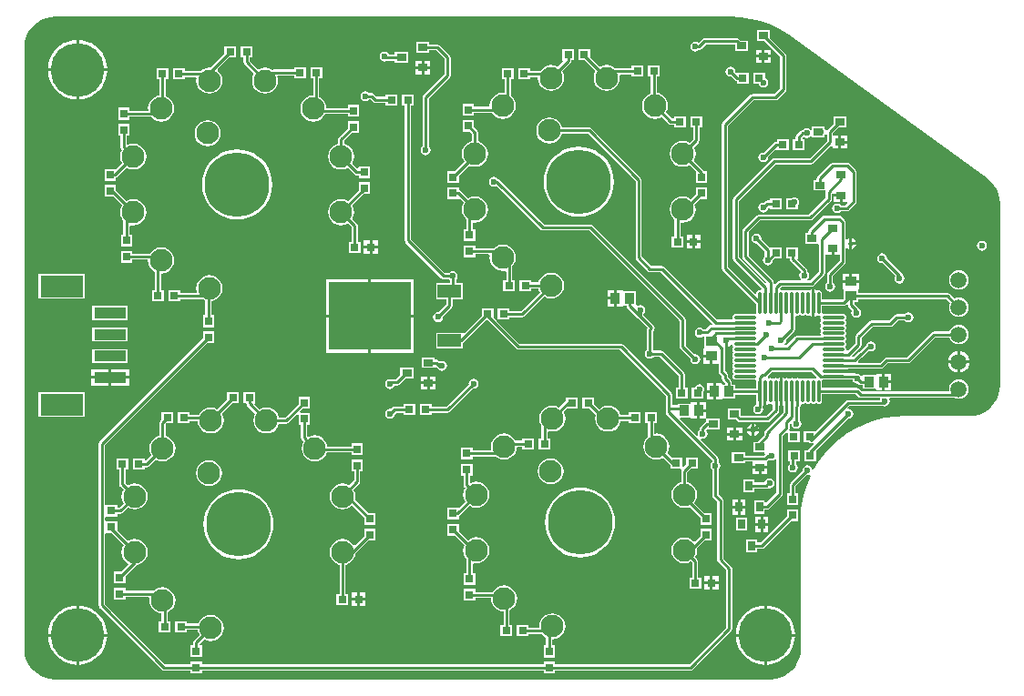
<source format=gbl>
G04*
G04 #@! TF.GenerationSoftware,Altium Limited,Altium Designer,19.0.14 (431)*
G04*
G04 Layer_Physical_Order=2*
G04 Layer_Color=16711680*
%FSLAX25Y25*%
%MOIN*%
G70*
G01*
G75*
%ADD10C,0.01000*%
%ADD28R,0.02953X0.03150*%
%ADD29R,0.03150X0.02953*%
%ADD30R,0.02756X0.03543*%
%ADD33C,0.23622*%
%ADD34C,0.08268*%
%ADD35C,0.05906*%
%ADD36C,0.02362*%
%ADD37C,0.19685*%
%ADD38C,0.02000*%
%ADD39R,0.03543X0.02756*%
%ADD40R,0.03543X0.03937*%
%ADD41R,0.03937X0.03543*%
%ADD42R,0.11811X0.03937*%
%ADD43R,0.15748X0.07874*%
%ADD44O,0.01181X0.08268*%
%ADD45O,0.08268X0.01181*%
%ADD46R,0.30000X0.25000*%
%ADD47R,0.08661X0.04724*%
G36*
X109147Y114267D02*
X112907Y113709D01*
X116593Y112786D01*
X120172Y111505D01*
X123608Y109880D01*
X126868Y107926D01*
X128104Y107009D01*
X128125Y107038D01*
X199521Y55114D01*
X199519Y55111D01*
X200846Y53978D01*
X201983Y52646D01*
X202898Y51153D01*
X203568Y49536D01*
X203977Y47833D01*
X204114Y46088D01*
X204117D01*
Y-20684D01*
X204114D01*
X203977Y-22429D01*
X203568Y-24132D01*
X202898Y-25749D01*
X201983Y-27242D01*
X200846Y-28574D01*
X199515Y-29711D01*
X198022Y-30625D01*
X196405Y-31295D01*
X194702Y-31704D01*
X192957Y-31841D01*
Y-31845D01*
X192957Y-31845D01*
X169335D01*
Y-31811D01*
X165597Y-31995D01*
X161895Y-32544D01*
X158265Y-33453D01*
X154742Y-34714D01*
X151358Y-36314D01*
X148149Y-38238D01*
X145143Y-40467D01*
X142370Y-42980D01*
X139857Y-45753D01*
X137628Y-48759D01*
X135992Y-51488D01*
X135464Y-51396D01*
X135383Y-50990D01*
X134990Y-50402D01*
X134401Y-50008D01*
X133707Y-49870D01*
X133012Y-50008D01*
X132424Y-50402D01*
X132030Y-50990D01*
X131892Y-51684D01*
X131912Y-51785D01*
X127427Y-56271D01*
X127184Y-56634D01*
X127099Y-57063D01*
Y-60087D01*
X126144D01*
Y-64433D01*
X130293D01*
Y-60087D01*
X129338D01*
Y-57526D01*
X133422Y-53442D01*
X133707Y-53499D01*
X134401Y-53361D01*
X134534Y-53272D01*
X134927Y-53610D01*
X134104Y-55352D01*
X132843Y-58875D01*
X131934Y-62505D01*
X131385Y-66207D01*
X131201Y-69945D01*
X131234D01*
Y-117189D01*
X131231D01*
X131094Y-118934D01*
X130685Y-120637D01*
X130015Y-122254D01*
X129100Y-123747D01*
X127963Y-125079D01*
X126632Y-126216D01*
X125139Y-127130D01*
X123521Y-127801D01*
X121819Y-128209D01*
X120074Y-128347D01*
Y-128350D01*
X120074Y-128350D01*
X-141689D01*
X-141689Y-128350D01*
Y-128347D01*
X-143434Y-128209D01*
X-145137Y-127801D01*
X-146754Y-127130D01*
X-148247Y-126216D01*
X-149579Y-125079D01*
X-150716Y-123747D01*
X-151630Y-122254D01*
X-152301Y-120637D01*
X-152709Y-118934D01*
X-152847Y-117189D01*
X-152850D01*
X-152850Y-117189D01*
Y103283D01*
X-152850Y103284D01*
X-152847D01*
X-152709Y105029D01*
X-152301Y106731D01*
X-151630Y108349D01*
X-150716Y109842D01*
X-149579Y111173D01*
X-148247Y112310D01*
X-146754Y113225D01*
X-145137Y113895D01*
X-143434Y114304D01*
X-141689Y114441D01*
Y114444D01*
X105351D01*
X105388Y114452D01*
X109147Y114267D01*
D02*
G37*
%LPC*%
G36*
X107886Y106620D02*
X96000D01*
X95571Y106535D01*
X95208Y106292D01*
X93735Y104819D01*
X93288Y105118D01*
X92594Y105256D01*
X91900Y105118D01*
X91311Y104725D01*
X90918Y104136D01*
X90779Y103442D01*
X90918Y102747D01*
X91311Y102159D01*
X91900Y101765D01*
X92594Y101627D01*
X93288Y101765D01*
X93877Y102159D01*
X93993Y102332D01*
X94370Y102407D01*
X94734Y102650D01*
X96464Y104380D01*
X107256D01*
Y101784D01*
X111996D01*
Y105736D01*
X109233D01*
X108678Y106292D01*
X108314Y106535D01*
X107886Y106620D01*
D02*
G37*
G36*
X120272Y102398D02*
X118000D01*
Y100520D01*
X120272D01*
Y102398D01*
D02*
G37*
G36*
X117000D02*
X114728D01*
Y100520D01*
X117000D01*
Y102398D01*
D02*
G37*
G36*
X120272Y99520D02*
X118000D01*
Y97642D01*
X120272D01*
Y99520D01*
D02*
G37*
G36*
X117000D02*
X114728D01*
Y97642D01*
X117000D01*
Y99520D01*
D02*
G37*
G36*
X-21066Y101691D02*
X-21760Y101553D01*
X-22349Y101160D01*
X-22742Y100571D01*
X-22880Y99877D01*
X-22742Y99182D01*
X-22349Y98594D01*
X-21760Y98201D01*
X-21066Y98062D01*
X-20371Y98201D01*
X-20102Y98380D01*
X-17307D01*
Y97524D01*
X-12567D01*
Y101476D01*
X-17307D01*
Y100620D01*
X-19422D01*
X-19783Y101160D01*
X-20371Y101553D01*
X-21066Y101691D01*
D02*
G37*
G36*
X-4291Y98138D02*
X-6563D01*
Y96260D01*
X-4291D01*
Y98138D01*
D02*
G37*
G36*
X-7563D02*
X-9835D01*
Y96260D01*
X-7563D01*
Y98138D01*
D02*
G37*
G36*
X48268Y102575D02*
X43921D01*
Y98425D01*
X43969D01*
X44161Y97963D01*
X42289Y96092D01*
X42197Y96163D01*
X41046Y96640D01*
X39810Y96802D01*
X38575Y96640D01*
X37424Y96163D01*
X36435Y95404D01*
X35833Y94620D01*
X32126D01*
Y95575D01*
X27779D01*
Y91425D01*
X32126D01*
Y92380D01*
X34729D01*
X35037Y92029D01*
X35200Y90794D01*
X35677Y89642D01*
X36435Y88654D01*
X37424Y87895D01*
X38575Y87419D01*
X39810Y87256D01*
X41046Y87419D01*
X42197Y87895D01*
X43185Y88654D01*
X43944Y89642D01*
X44421Y90794D01*
X44584Y92029D01*
X44421Y93265D01*
X43944Y94416D01*
X43873Y94508D01*
X46886Y97521D01*
X47129Y97885D01*
X47214Y98313D01*
Y98425D01*
X48268D01*
Y102575D01*
D02*
G37*
G36*
X-75279Y103575D02*
X-79626D01*
Y100911D01*
X-84787Y95749D01*
X-85190Y95802D01*
X-86425Y95640D01*
X-87576Y95163D01*
X-88284Y94620D01*
X-94260D01*
Y95575D01*
X-98607D01*
Y91425D01*
X-94260D01*
Y92380D01*
X-90267D01*
X-89851Y91880D01*
X-89963Y91029D01*
X-89800Y89794D01*
X-89324Y88642D01*
X-88565Y87654D01*
X-87576Y86895D01*
X-86425Y86418D01*
X-85190Y86256D01*
X-83954Y86418D01*
X-82803Y86895D01*
X-81814Y87654D01*
X-81056Y88642D01*
X-80579Y89794D01*
X-80416Y91029D01*
X-80579Y92264D01*
X-81056Y93416D01*
X-81814Y94404D01*
X-82165Y94673D01*
X-82197Y95172D01*
X-77944Y99425D01*
X-75279D01*
Y103575D01*
D02*
G37*
G36*
X-132894Y105893D02*
Y95556D01*
X-122557D01*
X-122652Y96757D01*
X-123050Y98417D01*
X-123703Y99993D01*
X-124595Y101449D01*
X-125703Y102746D01*
X-127001Y103855D01*
X-128456Y104747D01*
X-130033Y105400D01*
X-131692Y105798D01*
X-132894Y105893D01*
D02*
G37*
G36*
X-133894D02*
X-135095Y105798D01*
X-136755Y105400D01*
X-138331Y104747D01*
X-139787Y103855D01*
X-141084Y102746D01*
X-142193Y101449D01*
X-143084Y99993D01*
X-143737Y98417D01*
X-144136Y96757D01*
X-144230Y95556D01*
X-133894D01*
Y105893D01*
D02*
G37*
G36*
X-4291Y95260D02*
X-6563D01*
Y93382D01*
X-4291D01*
Y95260D01*
D02*
G37*
G36*
X-7563D02*
X-9835D01*
Y93382D01*
X-7563D01*
Y95260D01*
D02*
G37*
G36*
X54173Y102575D02*
X49827D01*
Y98425D01*
X52210D01*
X56127Y94508D01*
X56056Y94415D01*
X55579Y93264D01*
X55417Y92029D01*
X55579Y90793D01*
X56056Y89642D01*
X56815Y88654D01*
X57803Y87895D01*
X58954Y87418D01*
X60190Y87256D01*
X61425Y87418D01*
X62576Y87895D01*
X63565Y88654D01*
X64324Y89642D01*
X64800Y90793D01*
X64963Y92029D01*
X64851Y92880D01*
X65267Y93380D01*
X69327D01*
Y92425D01*
X73673D01*
Y96575D01*
X69327D01*
Y95620D01*
X63284D01*
X62576Y96163D01*
X61425Y96639D01*
X60190Y96802D01*
X58954Y96639D01*
X57803Y96162D01*
X57711Y96092D01*
X54173Y99629D01*
Y102575D01*
D02*
G37*
G36*
X-69374Y103575D02*
X-73721D01*
Y99425D01*
X-72667D01*
Y97766D01*
X-72582Y97337D01*
X-72339Y96974D01*
X-68873Y93508D01*
X-68944Y93415D01*
X-69421Y92264D01*
X-69583Y91029D01*
X-69421Y89793D01*
X-68944Y88642D01*
X-68185Y87654D01*
X-67197Y86895D01*
X-66046Y86418D01*
X-64810Y86256D01*
X-63575Y86418D01*
X-62424Y86895D01*
X-61435Y87654D01*
X-60676Y88642D01*
X-60200Y89793D01*
X-60037Y91029D01*
X-60200Y92264D01*
X-60282Y92464D01*
X-60005Y92880D01*
X-54173D01*
Y91925D01*
X-49827D01*
Y96075D01*
X-54173D01*
Y95120D01*
X-61839D01*
X-62259Y95036D01*
X-62424Y95163D01*
X-63575Y95639D01*
X-64810Y95802D01*
X-66046Y95639D01*
X-67197Y95162D01*
X-67289Y95092D01*
X-70427Y98230D01*
Y99425D01*
X-69374D01*
Y103575D01*
D02*
G37*
G36*
X105491Y96154D02*
X104797Y96016D01*
X104209Y95622D01*
X103815Y95034D01*
X103677Y94339D01*
X103815Y93645D01*
X104209Y93056D01*
X104797Y92663D01*
X105491Y92525D01*
X105684Y92563D01*
X107141Y91106D01*
X107504Y90863D01*
X107874Y90789D01*
Y89823D01*
X112221D01*
Y93972D01*
X107874D01*
Y93972D01*
X107642Y93877D01*
X107280Y94211D01*
X107306Y94339D01*
X107168Y95034D01*
X106774Y95622D01*
X106186Y96016D01*
X105491Y96154D01*
D02*
G37*
G36*
X118126Y93972D02*
X113779D01*
Y89823D01*
X115800D01*
X115824Y89703D01*
X116217Y89115D01*
X116806Y88721D01*
X117500Y88583D01*
X118194Y88721D01*
X118783Y89115D01*
X119176Y89703D01*
X119314Y90398D01*
X119176Y91092D01*
X118783Y91681D01*
X118194Y92074D01*
X118126Y92088D01*
Y93972D01*
D02*
G37*
G36*
X26221Y95575D02*
X21874D01*
Y91425D01*
X22927D01*
Y86891D01*
X22551Y86561D01*
X22161Y86612D01*
X20925Y86450D01*
X19774Y85973D01*
X18786Y85214D01*
X18027Y84226D01*
X17550Y83074D01*
X17387Y81839D01*
X17112Y81525D01*
X11575D01*
Y82579D01*
X7425D01*
Y78232D01*
X11575D01*
Y79286D01*
X18155D01*
X18786Y78464D01*
X19774Y77705D01*
X20925Y77228D01*
X22161Y77066D01*
X23396Y77228D01*
X24547Y77705D01*
X25536Y78464D01*
X26294Y79452D01*
X26771Y80604D01*
X26934Y81839D01*
X26771Y83074D01*
X26294Y84226D01*
X25536Y85214D01*
X25167Y85497D01*
Y91425D01*
X26221D01*
Y95575D01*
D02*
G37*
G36*
X-122557Y94556D02*
X-132894D01*
Y84219D01*
X-131692Y84314D01*
X-130033Y84712D01*
X-128456Y85365D01*
X-127001Y86257D01*
X-125703Y87365D01*
X-124595Y88663D01*
X-123703Y90118D01*
X-123050Y91695D01*
X-122652Y93354D01*
X-122557Y94556D01*
D02*
G37*
G36*
X-133894D02*
X-144230D01*
X-144136Y93354D01*
X-143737Y91695D01*
X-143084Y90118D01*
X-142193Y88663D01*
X-141084Y87365D01*
X-139787Y86257D01*
X-138331Y85365D01*
X-136755Y84712D01*
X-135095Y84314D01*
X-133894Y84219D01*
Y94556D01*
D02*
G37*
G36*
X-28066Y87191D02*
X-28760Y87053D01*
X-29349Y86660D01*
X-29742Y86071D01*
X-29880Y85377D01*
X-29742Y84682D01*
X-29349Y84094D01*
X-28760Y83701D01*
X-28066Y83562D01*
X-27371Y83701D01*
X-26783Y84094D01*
X-26777Y84103D01*
X-26226Y84142D01*
X-25292Y83208D01*
X-24929Y82965D01*
X-24500Y82880D01*
X-20626D01*
Y81925D01*
X-16280D01*
Y86075D01*
X-20626D01*
Y85120D01*
X-24036D01*
X-25085Y86169D01*
X-25448Y86411D01*
X-25877Y86497D01*
X-26674D01*
X-26783Y86660D01*
X-27371Y87053D01*
X-28066Y87191D01*
D02*
G37*
G36*
X-100166Y95575D02*
X-104512D01*
Y91425D01*
X-103459D01*
Y85531D01*
X-104075Y85450D01*
X-105226Y84973D01*
X-106214Y84214D01*
X-106973Y83226D01*
X-107450Y82074D01*
X-107613Y80839D01*
X-107555Y80401D01*
X-107885Y80026D01*
X-114425D01*
Y81079D01*
X-118575D01*
Y76732D01*
X-114425D01*
Y77786D01*
X-106461D01*
X-106214Y77464D01*
X-105226Y76705D01*
X-104075Y76228D01*
X-102839Y76066D01*
X-101604Y76228D01*
X-100453Y76705D01*
X-99464Y77464D01*
X-98706Y78452D01*
X-98229Y79604D01*
X-98066Y80839D01*
X-98229Y82074D01*
X-98706Y83226D01*
X-99464Y84214D01*
X-100453Y84973D01*
X-101219Y85290D01*
Y91425D01*
X-100166D01*
Y95575D01*
D02*
G37*
G36*
X-43921Y96075D02*
X-48268D01*
Y91925D01*
X-47214D01*
Y85606D01*
X-48396Y85450D01*
X-49548Y84973D01*
X-50536Y84215D01*
X-51295Y83226D01*
X-51771Y82075D01*
X-51934Y80839D01*
X-51771Y79604D01*
X-51295Y78453D01*
X-50536Y77464D01*
X-49547Y76705D01*
X-48396Y76229D01*
X-47161Y76066D01*
X-45926Y76229D01*
X-44774Y76705D01*
X-43786Y77464D01*
X-43027Y78453D01*
X-42870Y78833D01*
X-34575D01*
Y77780D01*
X-30425D01*
Y82126D01*
X-34575D01*
Y81073D01*
X-42418D01*
X-42550Y82075D01*
X-43027Y83226D01*
X-43786Y84215D01*
X-44774Y84973D01*
X-44974Y85056D01*
Y91925D01*
X-43921D01*
Y96075D01*
D02*
G37*
G36*
X79579Y96575D02*
X75232D01*
Y92425D01*
X76286D01*
Y86318D01*
X75452Y85973D01*
X74464Y85215D01*
X73705Y84226D01*
X73229Y83075D01*
X73066Y81839D01*
X73229Y80604D01*
X73705Y79453D01*
X74464Y78464D01*
X75452Y77706D01*
X76604Y77229D01*
X77839Y77066D01*
X79075Y77229D01*
X80226Y77706D01*
X80318Y77776D01*
X82886Y75208D01*
X83250Y74965D01*
X83678Y74880D01*
X84874D01*
Y73925D01*
X89220D01*
Y78075D01*
X84874D01*
Y77120D01*
X84142D01*
X81902Y79360D01*
X81973Y79453D01*
X82450Y80604D01*
X82612Y81839D01*
X82450Y83075D01*
X81973Y84226D01*
X81214Y85215D01*
X80226Y85973D01*
X79075Y86450D01*
X78526Y86522D01*
Y92425D01*
X79579D01*
Y96575D01*
D02*
G37*
G36*
X148272Y70878D02*
X146000D01*
Y69000D01*
X148272D01*
Y70878D01*
D02*
G37*
G36*
X95126Y78075D02*
X90780D01*
Y73925D01*
X91833D01*
Y69577D01*
X90508Y68253D01*
X90416Y68323D01*
X89265Y68800D01*
X88029Y68963D01*
X86794Y68800D01*
X85642Y68323D01*
X84654Y67565D01*
X83895Y66576D01*
X83419Y65425D01*
X83256Y64190D01*
X83419Y62954D01*
X83895Y61803D01*
X84654Y60814D01*
X85642Y60056D01*
X86794Y59579D01*
X88029Y59416D01*
X89265Y59579D01*
X90416Y60056D01*
X90508Y60127D01*
X92831Y57804D01*
Y53520D01*
X96980D01*
Y57866D01*
X95857D01*
X95697Y58105D01*
X92092Y61711D01*
X92163Y61803D01*
X92640Y62954D01*
X92802Y64190D01*
X92640Y65425D01*
X92163Y66576D01*
X92092Y66669D01*
X93745Y68322D01*
X93988Y68685D01*
X94073Y69113D01*
Y73925D01*
X95126D01*
Y78075D01*
D02*
G37*
G36*
X-85827Y76526D02*
X-87062Y76363D01*
X-88214Y75887D01*
X-89202Y75128D01*
X-89961Y74139D01*
X-90438Y72988D01*
X-90600Y71753D01*
X-90438Y70517D01*
X-89961Y69366D01*
X-89202Y68378D01*
X-88214Y67619D01*
X-87062Y67142D01*
X-85827Y66980D01*
X-84592Y67142D01*
X-83440Y67619D01*
X-82452Y68378D01*
X-81693Y69366D01*
X-81216Y70517D01*
X-81054Y71753D01*
X-81216Y72988D01*
X-81693Y74139D01*
X-82452Y75128D01*
X-83440Y75887D01*
X-84592Y76363D01*
X-85827Y76526D01*
D02*
G37*
G36*
X148272Y68000D02*
X146000D01*
Y66122D01*
X148272D01*
Y68000D01*
D02*
G37*
G36*
X126768Y69575D02*
X122421D01*
Y68620D01*
X122095D01*
X121666Y68535D01*
X121303Y68292D01*
X117692Y64682D01*
X117500Y64720D01*
X116806Y64582D01*
X116217Y64188D01*
X115824Y63600D01*
X115686Y62906D01*
X115824Y62211D01*
X116217Y61623D01*
X116806Y61229D01*
X117500Y61091D01*
X118194Y61229D01*
X118783Y61623D01*
X119176Y62211D01*
X119314Y62906D01*
X119276Y63098D01*
X121959Y65781D01*
X122421Y65590D01*
Y65425D01*
X126768D01*
Y69575D01*
D02*
G37*
G36*
X-4693Y105217D02*
X-9433D01*
Y101264D01*
X-4693D01*
Y102120D01*
X-2204D01*
X880Y99036D01*
Y93527D01*
X-6792Y85855D01*
X-7035Y85492D01*
X-7120Y85063D01*
Y66892D01*
X-7283Y66783D01*
X-7676Y66194D01*
X-7814Y65500D01*
X-7676Y64806D01*
X-7283Y64217D01*
X-6694Y63824D01*
X-6000Y63686D01*
X-5306Y63824D01*
X-4717Y64217D01*
X-4324Y64806D01*
X-4186Y65500D01*
X-4324Y66194D01*
X-4717Y66783D01*
X-4880Y66892D01*
Y84599D01*
X2792Y92271D01*
X3035Y92634D01*
X3120Y93063D01*
Y99500D01*
X3035Y99929D01*
X2792Y100292D01*
X-948Y104032D01*
X-1312Y104275D01*
X-1740Y104360D01*
X-4693D01*
Y105217D01*
D02*
G37*
G36*
X11575Y76673D02*
X7425D01*
Y72327D01*
X10089D01*
X10851Y71565D01*
Y68816D01*
X10736Y68800D01*
X9585Y68324D01*
X8596Y67565D01*
X7837Y66576D01*
X7361Y65425D01*
X7198Y64190D01*
X7361Y62954D01*
X7837Y61803D01*
X8137Y61413D01*
X4589Y57866D01*
X1925D01*
Y53520D01*
X6075D01*
Y56184D01*
X9841Y59950D01*
X10736Y59579D01*
X11971Y59417D01*
X13207Y59579D01*
X14358Y60056D01*
X15346Y60815D01*
X16105Y61803D01*
X16582Y62954D01*
X16745Y64190D01*
X16582Y65425D01*
X16105Y66576D01*
X15346Y67565D01*
X14358Y68324D01*
X13207Y68800D01*
X13091Y68816D01*
Y72029D01*
X13006Y72457D01*
X12763Y72821D01*
X11575Y74009D01*
Y76673D01*
D02*
G37*
G36*
X-114425Y75173D02*
X-118575D01*
Y70827D01*
X-117620D01*
Y66661D01*
X-117535Y66232D01*
X-117292Y65869D01*
X-117092Y65669D01*
X-117163Y65576D01*
X-117639Y64425D01*
X-117802Y63190D01*
X-117639Y61954D01*
X-117163Y60803D01*
X-117092Y60711D01*
X-118973Y58830D01*
X-119425Y58673D01*
Y58673D01*
X-119425Y58673D01*
X-123575D01*
Y54327D01*
X-119425D01*
Y55438D01*
X-119290Y55465D01*
X-118927Y55708D01*
X-115508Y59127D01*
X-115415Y59056D01*
X-114264Y58579D01*
X-113029Y58416D01*
X-111793Y58579D01*
X-110642Y59056D01*
X-109654Y59815D01*
X-108895Y60803D01*
X-108418Y61954D01*
X-108256Y63190D01*
X-108418Y64425D01*
X-108895Y65576D01*
X-109654Y66565D01*
X-110642Y67324D01*
X-111793Y67800D01*
X-113029Y67963D01*
X-114264Y67800D01*
X-114964Y67510D01*
X-115380Y67788D01*
Y70827D01*
X-114425D01*
Y75173D01*
D02*
G37*
G36*
X-30425Y76221D02*
X-34575D01*
Y73556D01*
X-37763Y70368D01*
X-38006Y70005D01*
X-38091Y69576D01*
Y67816D01*
X-38206Y67800D01*
X-39358Y67323D01*
X-40346Y66565D01*
X-41105Y65576D01*
X-41581Y64425D01*
X-41744Y63190D01*
X-41581Y61954D01*
X-41105Y60803D01*
X-40346Y59815D01*
X-39358Y59056D01*
X-38206Y58579D01*
X-36971Y58416D01*
X-35735Y58579D01*
X-34584Y59056D01*
X-34492Y59127D01*
X-32073Y56708D01*
X-31710Y56465D01*
X-31281Y56380D01*
X-30575D01*
Y55327D01*
X-26425D01*
Y59673D01*
X-30575D01*
Y59085D01*
X-31075Y58877D01*
X-32908Y60711D01*
X-32837Y60803D01*
X-32360Y61954D01*
X-32198Y63190D01*
X-32360Y64425D01*
X-32837Y65576D01*
X-33596Y66565D01*
X-34584Y67323D01*
X-35735Y67800D01*
X-35851Y67816D01*
Y69112D01*
X-33089Y71874D01*
X-30425D01*
Y76221D01*
D02*
G37*
G36*
X96980Y51961D02*
X92831D01*
Y49296D01*
X91017Y47482D01*
X90415Y47944D01*
X89264Y48421D01*
X88029Y48583D01*
X86793Y48421D01*
X85642Y47944D01*
X84654Y47185D01*
X83895Y46197D01*
X83418Y45046D01*
X83255Y43810D01*
X83418Y42575D01*
X83895Y41424D01*
X84654Y40435D01*
X84974Y40189D01*
Y34075D01*
X83921D01*
Y29925D01*
X88268D01*
Y34075D01*
X87214D01*
Y38765D01*
X87590Y39095D01*
X88029Y39037D01*
X89264Y39200D01*
X90415Y39676D01*
X91404Y40435D01*
X92163Y41424D01*
X92639Y42575D01*
X92802Y43810D01*
X92639Y45046D01*
X92378Y45676D01*
X94316Y47614D01*
X96980D01*
Y51961D01*
D02*
G37*
G36*
X-26425Y53768D02*
X-30575D01*
Y50791D01*
X-34492Y46873D01*
X-34585Y46944D01*
X-35736Y47421D01*
X-36971Y47583D01*
X-38207Y47421D01*
X-39358Y46944D01*
X-40346Y46185D01*
X-41105Y45197D01*
X-41582Y44046D01*
X-41745Y42810D01*
X-41582Y41575D01*
X-41105Y40424D01*
X-40346Y39435D01*
X-39358Y38676D01*
X-38207Y38200D01*
X-36971Y38037D01*
X-35736Y38200D01*
X-34585Y38676D01*
X-34492Y38747D01*
X-33073Y37328D01*
Y32075D01*
X-34126D01*
Y27925D01*
X-29779D01*
Y32075D01*
X-30833D01*
Y37792D01*
X-30918Y38220D01*
X-31161Y38584D01*
X-32908Y40331D01*
X-32837Y40424D01*
X-32361Y41575D01*
X-32198Y42810D01*
X-32361Y44046D01*
X-32838Y45197D01*
X-32908Y45289D01*
X-28776Y49421D01*
X-26425D01*
Y53768D01*
D02*
G37*
G36*
X145500Y48500D02*
X143228D01*
Y46622D01*
X145500D01*
Y48500D01*
D02*
G37*
G36*
X124252Y48075D02*
X119905D01*
Y47120D01*
X119000D01*
X118571Y47035D01*
X118208Y46792D01*
X117692Y46276D01*
X117500Y46314D01*
X116806Y46176D01*
X116217Y45783D01*
X115824Y45194D01*
X115686Y44500D01*
X115824Y43806D01*
X116217Y43217D01*
X116806Y42824D01*
X117500Y42686D01*
X118194Y42824D01*
X118783Y43217D01*
X119176Y43806D01*
X119238Y44116D01*
X119801Y44421D01*
X119905Y44377D01*
Y43925D01*
X124252D01*
Y48075D01*
D02*
G37*
G36*
X128798Y48277D02*
X128103Y48139D01*
X128007Y48075D01*
X125811D01*
Y43925D01*
X130157D01*
Y45295D01*
X130474Y45769D01*
X130612Y46463D01*
X130474Y47157D01*
X130157Y47631D01*
Y48075D01*
X129588D01*
X129492Y48139D01*
X128798Y48277D01*
D02*
G37*
G36*
X50000Y66843D02*
X47991Y66685D01*
X46031Y66214D01*
X44170Y65443D01*
X42451Y64390D01*
X40919Y63081D01*
X39610Y61549D01*
X38557Y59830D01*
X37786Y57969D01*
X37315Y56009D01*
X37157Y54000D01*
X37315Y51991D01*
X37786Y50031D01*
X38557Y48169D01*
X39610Y46451D01*
X40919Y44919D01*
X42451Y43610D01*
X44170Y42557D01*
X46031Y41786D01*
X47991Y41315D01*
X50000Y41157D01*
X52009Y41315D01*
X53969Y41786D01*
X55831Y42557D01*
X57549Y43610D01*
X59081Y44919D01*
X60390Y46451D01*
X61443Y48169D01*
X62214Y50031D01*
X62685Y51991D01*
X62843Y54000D01*
X62685Y56009D01*
X62214Y57969D01*
X61443Y59830D01*
X60390Y61549D01*
X59081Y63081D01*
X57549Y64390D01*
X55831Y65443D01*
X53969Y66214D01*
X52009Y66685D01*
X50000Y66843D01*
D02*
G37*
G36*
X-75000Y65843D02*
X-77009Y65685D01*
X-78969Y65214D01*
X-80831Y64443D01*
X-82549Y63390D01*
X-84081Y62081D01*
X-85390Y60549D01*
X-86443Y58830D01*
X-87214Y56969D01*
X-87685Y55009D01*
X-87843Y53000D01*
X-87685Y50991D01*
X-87214Y49031D01*
X-86443Y47170D01*
X-85390Y45451D01*
X-84081Y43919D01*
X-82549Y42610D01*
X-80831Y41557D01*
X-78969Y40786D01*
X-77009Y40315D01*
X-75000Y40157D01*
X-72991Y40315D01*
X-71031Y40786D01*
X-69169Y41557D01*
X-67451Y42610D01*
X-65919Y43919D01*
X-64610Y45451D01*
X-63557Y47170D01*
X-62786Y49031D01*
X-62315Y50991D01*
X-62157Y53000D01*
X-62315Y55009D01*
X-62786Y56969D01*
X-63557Y58830D01*
X-64610Y60549D01*
X-65919Y62081D01*
X-67451Y63390D01*
X-69169Y64443D01*
X-71031Y65214D01*
X-72991Y65685D01*
X-75000Y65843D01*
D02*
G37*
G36*
X6075Y51961D02*
X1925D01*
Y47614D01*
X6075D01*
Y47614D01*
X6434Y47763D01*
X7908Y46289D01*
X7837Y46197D01*
X7360Y45046D01*
X7198Y43810D01*
X7360Y42575D01*
X7837Y41424D01*
X8596Y40435D01*
X8880Y40217D01*
Y36626D01*
X7925D01*
Y32280D01*
X12075D01*
Y36626D01*
X11120D01*
Y38770D01*
X11496Y39100D01*
X11971Y39037D01*
X13206Y39200D01*
X14358Y39676D01*
X15346Y40435D01*
X16105Y41424D01*
X16581Y42575D01*
X16744Y43810D01*
X16581Y45046D01*
X16105Y46197D01*
X15346Y47186D01*
X14358Y47944D01*
X13206Y48421D01*
X11971Y48584D01*
X10735Y48421D01*
X9584Y47944D01*
X9492Y47873D01*
X6786Y50579D01*
X6422Y50822D01*
X6075Y50891D01*
Y51961D01*
D02*
G37*
G36*
X-119425Y52768D02*
X-123575D01*
Y48421D01*
X-120224D01*
X-117092Y45289D01*
X-117163Y45197D01*
X-117640Y44046D01*
X-117802Y42810D01*
X-117640Y41575D01*
X-117163Y40424D01*
X-116620Y39716D01*
Y34626D01*
X-117575D01*
Y30279D01*
X-113425D01*
Y34626D01*
X-114380D01*
Y37733D01*
X-113880Y38149D01*
X-113029Y38037D01*
X-111794Y38200D01*
X-110642Y38677D01*
X-109654Y39435D01*
X-108895Y40424D01*
X-108419Y41575D01*
X-108256Y42810D01*
X-108419Y44046D01*
X-108895Y45197D01*
X-109654Y46185D01*
X-110643Y46944D01*
X-111794Y47421D01*
X-113029Y47584D01*
X-114265Y47421D01*
X-115416Y46944D01*
X-115508Y46873D01*
X-119425Y50790D01*
Y52768D01*
D02*
G37*
G36*
X94575Y34476D02*
X92500D01*
Y32500D01*
X94575D01*
Y34476D01*
D02*
G37*
G36*
X91500D02*
X89425D01*
Y32500D01*
X91500D01*
Y34476D01*
D02*
G37*
G36*
X150000Y33267D02*
Y31827D01*
X151440D01*
X151384Y32108D01*
X150942Y32769D01*
X150280Y33211D01*
X150000Y33267D01*
D02*
G37*
G36*
X-23472Y32476D02*
X-25547D01*
Y30500D01*
X-23472D01*
Y32476D01*
D02*
G37*
G36*
X-26547D02*
X-28622D01*
Y30500D01*
X-26547D01*
Y32476D01*
D02*
G37*
G36*
X22161Y30934D02*
X20925Y30771D01*
X19774Y30294D01*
X18957Y29667D01*
X12075D01*
Y30720D01*
X7925D01*
Y26374D01*
X12075D01*
Y27427D01*
X17050D01*
X17489Y26927D01*
X17388Y26161D01*
X17550Y24925D01*
X18027Y23774D01*
X18786Y22785D01*
X19774Y22027D01*
X20925Y21550D01*
X22161Y21387D01*
X22927Y21488D01*
X23427Y21050D01*
Y18075D01*
X22374D01*
Y13925D01*
X26720D01*
Y18075D01*
X25667D01*
Y22956D01*
X26295Y23774D01*
X26772Y24925D01*
X26934Y26161D01*
X26772Y27396D01*
X26295Y28547D01*
X25536Y29536D01*
X24548Y30294D01*
X23396Y30771D01*
X22161Y30934D01*
D02*
G37*
G36*
X94575Y31500D02*
X92500D01*
Y29524D01*
X94575D01*
Y31500D01*
D02*
G37*
G36*
X91500D02*
X89425D01*
Y29524D01*
X91500D01*
Y31500D01*
D02*
G37*
G36*
X151440Y30827D02*
X150000D01*
Y29388D01*
X150280Y29443D01*
X150942Y29885D01*
X151384Y30547D01*
X151440Y30827D01*
D02*
G37*
G36*
X197500Y32314D02*
X196806Y32176D01*
X196217Y31783D01*
X195824Y31194D01*
X195686Y30500D01*
X195824Y29806D01*
X196217Y29217D01*
X196806Y28824D01*
X197500Y28686D01*
X198194Y28824D01*
X198783Y29217D01*
X199176Y29806D01*
X199314Y30500D01*
X199176Y31194D01*
X198783Y31783D01*
X198194Y32176D01*
X197500Y32314D01*
D02*
G37*
G36*
X-102839Y29934D02*
X-104075Y29771D01*
X-105226Y29294D01*
X-106214Y28536D01*
X-106881Y27667D01*
X-113425D01*
Y28721D01*
X-117575D01*
Y24374D01*
X-113425D01*
Y25427D01*
X-107846D01*
X-107612Y25161D01*
X-107450Y23925D01*
X-106973Y22774D01*
X-106214Y21786D01*
X-105226Y21027D01*
X-105120Y20983D01*
Y14260D01*
X-106173D01*
Y10110D01*
X-101827D01*
Y14260D01*
X-102880D01*
Y20351D01*
X-102839Y20387D01*
X-101604Y20550D01*
X-100452Y21027D01*
X-99464Y21786D01*
X-98705Y22774D01*
X-98229Y23925D01*
X-98066Y25161D01*
X-98229Y26396D01*
X-98705Y27547D01*
X-99464Y28536D01*
X-100452Y29294D01*
X-101604Y29771D01*
X-102839Y29934D01*
D02*
G37*
G36*
X-23472Y29500D02*
X-25547D01*
Y27524D01*
X-23472D01*
Y29500D01*
D02*
G37*
G36*
X-26547D02*
X-28622D01*
Y27524D01*
X-26547D01*
Y29500D01*
D02*
G37*
G36*
X115032Y34956D02*
X114337Y34818D01*
X113749Y34425D01*
X113355Y33836D01*
X113217Y33142D01*
X113355Y32447D01*
X113749Y31859D01*
X114337Y31466D01*
X115032Y31327D01*
X115224Y31366D01*
X118056Y28533D01*
Y26553D01*
X117893Y26444D01*
X117500Y25855D01*
X117362Y25161D01*
X117500Y24466D01*
X117893Y23878D01*
X118482Y23484D01*
X119176Y23346D01*
X119871Y23484D01*
X120459Y23878D01*
X120853Y24466D01*
X120991Y25161D01*
X120966Y25287D01*
X121604Y25925D01*
X124268D01*
Y30075D01*
X119921D01*
X119921Y30075D01*
Y30075D01*
X119494Y30263D01*
X116808Y32949D01*
X116846Y33142D01*
X116708Y33836D01*
X116314Y34425D01*
X115726Y34818D01*
X115032Y34956D01*
D02*
G37*
G36*
X152469Y20272D02*
X150000D01*
Y18000D01*
X152469D01*
Y20272D01*
D02*
G37*
G36*
X149000D02*
X146531D01*
Y18000D01*
X149000D01*
Y20272D01*
D02*
G37*
G36*
X39810Y20744D02*
X38575Y20582D01*
X37424Y20105D01*
X36435Y19346D01*
X35676Y18358D01*
X35200Y17207D01*
X35188Y17120D01*
X32626D01*
Y18075D01*
X28280D01*
Y13925D01*
X32626D01*
Y14880D01*
X35181D01*
X35200Y14736D01*
X35676Y13585D01*
X35747Y13492D01*
X28875Y6620D01*
X24673D01*
Y7575D01*
X20327D01*
Y3925D01*
X20327Y3444D01*
X19960Y3103D01*
X18768Y4295D01*
Y7575D01*
X14421D01*
Y4911D01*
X8059Y-1452D01*
X7598Y-1261D01*
Y-1261D01*
X-2260D01*
Y-7181D01*
X7598D01*
Y-5058D01*
X7665Y-5013D01*
X16009Y3331D01*
X16565D01*
X27113Y-7217D01*
X27476Y-7460D01*
X27905Y-7545D01*
X64992D01*
X81880Y-24433D01*
Y-29000D01*
Y-30500D01*
X81965Y-30929D01*
X82208Y-31292D01*
X98880Y-47964D01*
Y-48557D01*
X98695Y-48680D01*
X98301Y-49269D01*
X98163Y-49964D01*
X98301Y-50658D01*
X98695Y-51247D01*
X98880Y-51370D01*
Y-61023D01*
X98965Y-61452D01*
X99208Y-61815D01*
X100619Y-63225D01*
Y-84433D01*
X100704Y-84862D01*
X100947Y-85225D01*
X103880Y-88159D01*
Y-109442D01*
X90442Y-122880D01*
X41248D01*
Y-121827D01*
X37098D01*
Y-122880D01*
X-87925D01*
Y-121780D01*
X-92075D01*
Y-122833D01*
X-101318D01*
X-123380Y-100770D01*
Y-75000D01*
X-123075Y-74626D01*
X-122880Y-74626D01*
X-121177D01*
X-116592Y-79211D01*
X-116663Y-79303D01*
X-117140Y-80454D01*
X-117302Y-81690D01*
X-117140Y-82925D01*
X-116663Y-84076D01*
X-115904Y-85065D01*
X-115001Y-85758D01*
X-114855Y-86318D01*
X-117411Y-88874D01*
X-120075D01*
Y-93221D01*
X-115925D01*
Y-90556D01*
X-111737Y-86368D01*
X-111730Y-86358D01*
X-111294Y-86300D01*
X-110142Y-85824D01*
X-109154Y-85065D01*
X-108395Y-84076D01*
X-107919Y-82925D01*
X-107756Y-81690D01*
X-107919Y-80454D01*
X-108395Y-79303D01*
X-109154Y-78315D01*
X-110143Y-77556D01*
X-111294Y-77079D01*
X-112529Y-76916D01*
X-113765Y-77079D01*
X-114916Y-77556D01*
X-115008Y-77627D01*
X-118925Y-73710D01*
Y-70280D01*
X-122880D01*
X-123075Y-70280D01*
X-123380Y-69906D01*
Y-69094D01*
X-123075Y-68721D01*
X-122880Y-68721D01*
X-118925D01*
Y-67667D01*
X-117766D01*
X-117337Y-67582D01*
X-116974Y-67339D01*
X-115008Y-65373D01*
X-114915Y-65444D01*
X-113764Y-65921D01*
X-112529Y-66084D01*
X-111293Y-65921D01*
X-110142Y-65444D01*
X-109154Y-64685D01*
X-108395Y-63697D01*
X-107918Y-62546D01*
X-107755Y-61310D01*
X-107918Y-60075D01*
X-108395Y-58924D01*
X-109154Y-57935D01*
X-110142Y-57176D01*
X-111293Y-56700D01*
X-112529Y-56537D01*
X-113764Y-56700D01*
X-114915Y-57176D01*
X-115008Y-57247D01*
X-115862Y-56393D01*
Y-51575D01*
X-114808D01*
Y-47425D01*
X-119155D01*
Y-51575D01*
X-118102D01*
Y-56857D01*
X-118017Y-57286D01*
X-117774Y-57649D01*
X-116592Y-58831D01*
X-116663Y-58924D01*
X-117139Y-60075D01*
X-117302Y-61310D01*
X-117139Y-62546D01*
X-116663Y-63697D01*
X-116592Y-63789D01*
X-118230Y-65427D01*
X-118925D01*
Y-64374D01*
X-122880D01*
X-123075Y-64374D01*
X-123380Y-64000D01*
Y-42464D01*
X-86089Y-5173D01*
X-83425D01*
Y-827D01*
X-87575D01*
Y-3491D01*
X-125292Y-41208D01*
X-125535Y-41571D01*
X-125620Y-42000D01*
Y-101234D01*
X-125535Y-101663D01*
X-125292Y-102026D01*
X-102574Y-124745D01*
X-102210Y-124987D01*
X-101782Y-125073D01*
X-92075D01*
Y-126126D01*
X-87925D01*
Y-125120D01*
X37098D01*
Y-126173D01*
X41248D01*
Y-125120D01*
X90905D01*
X91334Y-125035D01*
X91697Y-124792D01*
X105792Y-110697D01*
X106035Y-110334D01*
X106120Y-109906D01*
Y-87981D01*
X106167Y-87742D01*
X106082Y-87313D01*
X105839Y-86950D01*
X102858Y-83969D01*
Y-62761D01*
X102773Y-62333D01*
X102530Y-61970D01*
X101120Y-60559D01*
Y-51340D01*
X101261Y-51247D01*
X101654Y-50658D01*
X101792Y-49964D01*
X101654Y-49269D01*
X101261Y-48680D01*
X101120Y-48586D01*
Y-47500D01*
X101035Y-47071D01*
X100792Y-46708D01*
X94581Y-40497D01*
X94827Y-40036D01*
X95270Y-40124D01*
X95964Y-39986D01*
X96553Y-39593D01*
X96946Y-39004D01*
X97084Y-38310D01*
X96946Y-37615D01*
X96651Y-37173D01*
X96920Y-36716D01*
X101496D01*
Y-32764D01*
X97087Y-32764D01*
X96756Y-32764D01*
X96587Y-32334D01*
Y-30374D01*
X94315D01*
Y-32842D01*
X96256D01*
X96414Y-32842D01*
X96701Y-33295D01*
X96597Y-33705D01*
X96233Y-33948D01*
X94478Y-35704D01*
X94235Y-36067D01*
X94150Y-36495D01*
Y-36918D01*
X93987Y-37027D01*
X93594Y-37615D01*
X93456Y-38310D01*
X93544Y-38753D01*
X93083Y-38999D01*
X86987Y-32903D01*
X87178Y-32441D01*
X90806Y-32441D01*
X91043Y-32842D01*
X91108Y-32842D01*
X91108Y-32842D01*
X93315D01*
Y-29874D01*
Y-26906D01*
X91108D01*
X91108Y-26906D01*
X91043D01*
X90806Y-27307D01*
X90543Y-27307D01*
X86130D01*
Y-27880D01*
X84120D01*
Y-23969D01*
X84035Y-23540D01*
X83792Y-23177D01*
X66248Y-5633D01*
X65885Y-5391D01*
X65456Y-5305D01*
X28368D01*
X20004Y3059D01*
X20345Y3425D01*
X20819Y3425D01*
X24673D01*
Y4380D01*
X29339D01*
X29768Y4465D01*
X30131Y4708D01*
X37331Y11908D01*
X37424Y11837D01*
X38575Y11361D01*
X39810Y11198D01*
X41046Y11361D01*
X42197Y11837D01*
X43185Y12596D01*
X43944Y13585D01*
X44421Y14736D01*
X44583Y15971D01*
X44421Y17207D01*
X43944Y18358D01*
X43185Y19346D01*
X42197Y20105D01*
X41046Y20582D01*
X39810Y20744D01*
D02*
G37*
G36*
X161047Y27814D02*
X160353Y27676D01*
X159764Y27283D01*
X159371Y26694D01*
X159233Y26000D01*
X159371Y25306D01*
X159764Y24717D01*
X160353Y24324D01*
X161047Y24186D01*
X161239Y24224D01*
X165929Y19534D01*
X165702Y19194D01*
X165564Y18500D01*
X165702Y17806D01*
X166095Y17217D01*
X166684Y16824D01*
X167378Y16686D01*
X168072Y16824D01*
X168661Y17217D01*
X169054Y17806D01*
X169192Y18500D01*
X169054Y19194D01*
X168661Y19783D01*
X168447Y19926D01*
X168413Y20098D01*
X168170Y20461D01*
X162823Y25808D01*
X162862Y26000D01*
X162723Y26694D01*
X162330Y27283D01*
X161741Y27676D01*
X161047Y27814D01*
D02*
G37*
G36*
X189000Y21582D02*
X188073Y21460D01*
X187209Y21102D01*
X186467Y20533D01*
X185898Y19791D01*
X185540Y18927D01*
X185418Y18000D01*
X185540Y17073D01*
X185898Y16209D01*
X186467Y15467D01*
X187209Y14898D01*
X188073Y14540D01*
X189000Y14418D01*
X189927Y14540D01*
X190791Y14898D01*
X191533Y15467D01*
X192102Y16209D01*
X192460Y17073D01*
X192582Y18000D01*
X192460Y18927D01*
X192102Y19791D01*
X191533Y20533D01*
X190791Y21102D01*
X189927Y21460D01*
X189000Y21582D01*
D02*
G37*
G36*
X-85190Y19745D02*
X-86425Y19582D01*
X-87576Y19105D01*
X-88565Y18346D01*
X-89324Y17358D01*
X-89800Y16207D01*
X-89963Y14971D01*
X-89810Y13805D01*
X-89882Y13589D01*
X-90072Y13305D01*
X-95921D01*
Y14260D01*
X-100268D01*
Y10110D01*
X-95921D01*
Y11065D01*
X-87976D01*
X-87894Y11081D01*
X-87576Y10837D01*
X-86620Y10441D01*
Y5079D01*
X-87575D01*
Y732D01*
X-83425D01*
Y5079D01*
X-84380D01*
Y10305D01*
X-83954Y10361D01*
X-82803Y10837D01*
X-81815Y11596D01*
X-81056Y12585D01*
X-80579Y13736D01*
X-80417Y14971D01*
X-80579Y16207D01*
X-81056Y17358D01*
X-81815Y18346D01*
X-82803Y19105D01*
X-83954Y19582D01*
X-85190Y19745D01*
D02*
G37*
G36*
X62843Y14274D02*
X60571D01*
Y11806D01*
X62843D01*
Y14274D01*
D02*
G37*
G36*
X-130745Y20252D02*
X-147689D01*
Y11182D01*
X-130745D01*
Y20252D01*
D02*
G37*
G36*
X62843Y10806D02*
X60571D01*
Y8337D01*
X62843D01*
Y10806D01*
D02*
G37*
G36*
X-10374Y86075D02*
X-14720D01*
Y81925D01*
X-13667D01*
Y32453D01*
X-13582Y32024D01*
X-13339Y31661D01*
X-303Y18625D01*
X60Y18382D01*
X489Y18297D01*
X2447D01*
X2556Y18134D01*
X2908Y17899D01*
Y16849D01*
X-2260D01*
Y10929D01*
X1549D01*
Y9050D01*
X-1308Y6193D01*
X-1500Y6231D01*
X-2194Y6093D01*
X-2783Y5700D01*
X-3176Y5111D01*
X-3314Y4417D01*
X-3176Y3723D01*
X-2783Y3134D01*
X-2194Y2741D01*
X-1500Y2603D01*
X-806Y2741D01*
X-217Y3134D01*
X176Y3723D01*
X314Y4417D01*
X276Y4609D01*
X3461Y7794D01*
X3704Y8157D01*
X3789Y8586D01*
Y10929D01*
X7598D01*
Y16849D01*
X5148D01*
Y18173D01*
X5515Y18723D01*
X5654Y19417D01*
X5515Y20111D01*
X5122Y20700D01*
X4533Y21093D01*
X3839Y21231D01*
X3145Y21093D01*
X2556Y20700D01*
X2447Y20537D01*
X952D01*
X-11427Y32917D01*
Y81925D01*
X-10374D01*
Y86075D01*
D02*
G37*
G36*
X119870Y109476D02*
X115130D01*
Y105524D01*
X117893D01*
X123703Y99713D01*
Y88287D01*
X121536Y86120D01*
X113500D01*
X113071Y86035D01*
X112708Y85792D01*
X102708Y75792D01*
X102465Y75429D01*
X102380Y75000D01*
Y22315D01*
X102465Y21886D01*
X102708Y21523D01*
X114961Y9270D01*
Y6098D01*
X114998Y5914D01*
X114586Y5502D01*
X114402Y5539D01*
X107315D01*
X106851Y5447D01*
X106458Y5184D01*
X106195Y4791D01*
X106103Y4327D01*
X106172Y3978D01*
X105896Y3478D01*
X100606D01*
X81292Y22792D01*
X80929Y23035D01*
X80500Y23120D01*
X76464D01*
X72998Y26586D01*
Y54604D01*
X72913Y55033D01*
X72670Y55396D01*
X54522Y73545D01*
X54158Y73788D01*
X53730Y73873D01*
X43799D01*
X43784Y73988D01*
X43307Y75139D01*
X42548Y76128D01*
X41560Y76887D01*
X40408Y77364D01*
X39173Y77526D01*
X37938Y77364D01*
X36786Y76887D01*
X35798Y76128D01*
X35039Y75139D01*
X34562Y73988D01*
X34400Y72753D01*
X34562Y71517D01*
X35039Y70366D01*
X35798Y69378D01*
X36786Y68619D01*
X37938Y68142D01*
X39173Y67980D01*
X40408Y68142D01*
X41560Y68619D01*
X42548Y69378D01*
X43307Y70366D01*
X43784Y71517D01*
X43799Y71633D01*
X53266D01*
X70758Y54140D01*
Y26122D01*
X70844Y25693D01*
X71086Y25330D01*
X75208Y21208D01*
X75571Y20965D01*
X76000Y20880D01*
X80036D01*
X98906Y2010D01*
X98699Y1510D01*
X98500D01*
X98071Y1424D01*
X97708Y1182D01*
X96396Y-130D01*
X95642D01*
X95533Y33D01*
X94944Y426D01*
X94250Y564D01*
X93556Y426D01*
X92967Y33D01*
X92574Y-556D01*
X92436Y-1250D01*
X92574Y-1944D01*
X92967Y-2533D01*
X93556Y-2926D01*
X94250Y-3064D01*
X94944Y-2926D01*
X95433Y-2600D01*
X95790Y-2718D01*
X95933Y-2821D01*
Y-6929D01*
X95531Y-7102D01*
Y-9374D01*
X98500D01*
Y-9874D01*
X99000D01*
Y-12646D01*
X101207D01*
Y-15621D01*
X101293Y-16049D01*
X101535Y-16413D01*
X102380Y-17257D01*
Y-18000D01*
X102465Y-18429D01*
X102708Y-18792D01*
X103719Y-19803D01*
X103651Y-20303D01*
X102582Y-20303D01*
X102344Y-19901D01*
X102279Y-19901D01*
X102279Y-19901D01*
X100072D01*
Y-22870D01*
Y-25838D01*
X102279D01*
X102279Y-25838D01*
X102344D01*
X102582Y-25437D01*
X102844Y-25437D01*
X107257D01*
Y-23990D01*
X114961D01*
Y-26185D01*
X115053Y-26649D01*
X115053Y-26649D01*
Y-27693D01*
X114954Y-27713D01*
X114365Y-28106D01*
X113972Y-28694D01*
X113834Y-29389D01*
X113972Y-30083D01*
X114365Y-30672D01*
X114954Y-31065D01*
X115648Y-31203D01*
X116343Y-31065D01*
X116931Y-30672D01*
X117325Y-30083D01*
X117463Y-29389D01*
X117325Y-28694D01*
X117293Y-28647D01*
Y-28087D01*
X117642Y-27843D01*
Y-22642D01*
X118642D01*
Y-27707D01*
X118762Y-27683D01*
X119288Y-27332D01*
X119595Y-27271D01*
X119646Y-27305D01*
X120110Y-27397D01*
X120459Y-27328D01*
X120959Y-27604D01*
Y-29410D01*
X118583Y-31786D01*
X109370D01*
Y-29024D01*
X104630D01*
Y-32976D01*
X107393D01*
X108114Y-33697D01*
X108477Y-33940D01*
X108905Y-34025D01*
X119047D01*
X119476Y-33940D01*
X119839Y-33697D01*
X122871Y-30666D01*
X123113Y-30303D01*
X123199Y-29874D01*
Y-28087D01*
X123547Y-27843D01*
Y-22642D01*
Y-17576D01*
X123427Y-17600D01*
X122900Y-17952D01*
X122594Y-18013D01*
X122543Y-17978D01*
X122079Y-17886D01*
X121615Y-17978D01*
X121462Y-18081D01*
X121095Y-18200D01*
X120727Y-18081D01*
X120574Y-17978D01*
X120110Y-17886D01*
X119646Y-17978D01*
X119595Y-18013D01*
X119288Y-17952D01*
X119126Y-17843D01*
X119063Y-17200D01*
X120643Y-15620D01*
X135231D01*
X136991Y-17380D01*
X136914Y-17947D01*
X136603Y-18122D01*
X136475Y-18081D01*
X136322Y-17978D01*
X135858Y-17886D01*
X135394Y-17978D01*
X135241Y-18081D01*
X134874Y-18200D01*
X134507Y-18081D01*
X134354Y-17978D01*
X133890Y-17886D01*
X133426Y-17978D01*
X133273Y-18081D01*
X132905Y-18200D01*
X132538Y-18081D01*
X132385Y-17978D01*
X131921Y-17886D01*
X131457Y-17978D01*
X131304Y-18081D01*
X130937Y-18200D01*
X130570Y-18081D01*
X130417Y-17978D01*
X129953Y-17886D01*
X129489Y-17978D01*
X129336Y-18081D01*
X128969Y-18200D01*
X128601Y-18081D01*
X128448Y-17978D01*
X127984Y-17886D01*
X127520Y-17978D01*
X127127Y-18241D01*
X126873D01*
X126480Y-17978D01*
X126016Y-17886D01*
X125552Y-17978D01*
X125501Y-18013D01*
X125194Y-17952D01*
X124668Y-17600D01*
X124547Y-17576D01*
Y-22642D01*
Y-27843D01*
X124896Y-28087D01*
Y-30418D01*
X118131Y-37183D01*
X117888Y-37547D01*
X117803Y-37975D01*
Y-38786D01*
X115324Y-41264D01*
X113905D01*
Y-45217D01*
X117997D01*
X118047Y-45283D01*
X118182Y-45717D01*
X117607Y-46291D01*
X110771D01*
Y-45004D01*
X106031D01*
Y-48957D01*
X110771D01*
Y-48531D01*
X113504D01*
Y-50221D01*
X116275D01*
X119047D01*
Y-48343D01*
X119047Y-48343D01*
X119047D01*
X119338Y-47980D01*
X119630Y-47835D01*
X119989Y-48075D01*
X120683Y-48213D01*
X121378Y-48075D01*
X121861Y-47753D01*
X122234Y-47880D01*
X122361Y-47974D01*
Y-59917D01*
X118541Y-63736D01*
X118041Y-63529D01*
Y-62877D01*
X116818D01*
X116775Y-62848D01*
X116346Y-62763D01*
X115918Y-62848D01*
X115874Y-62877D01*
X114088D01*
Y-67617D01*
X118041D01*
Y-66236D01*
X118745D01*
X119174Y-66150D01*
X119537Y-65908D01*
X124273Y-61172D01*
X124515Y-60809D01*
X124601Y-60381D01*
Y-39117D01*
X125944Y-37773D01*
X126406Y-37964D01*
Y-41434D01*
X130753D01*
Y-39395D01*
X130811Y-39101D01*
X130753Y-38807D01*
Y-37284D01*
X127071D01*
X126897Y-36784D01*
X127066Y-36531D01*
X127151Y-36103D01*
Y-34703D01*
X127372Y-34537D01*
X127633Y-34650D01*
X127853Y-34800D01*
X127979Y-35434D01*
X128372Y-36023D01*
X128961Y-36416D01*
X129655Y-36555D01*
X130350Y-36416D01*
X130938Y-36023D01*
X131332Y-35434D01*
X131470Y-34740D01*
X131332Y-34046D01*
X130938Y-33457D01*
X130775Y-33348D01*
Y-28808D01*
X130988Y-28491D01*
X131073Y-28062D01*
Y-27604D01*
X131573Y-27328D01*
X131921Y-27397D01*
X132385Y-27305D01*
X132538Y-27203D01*
X132905Y-27084D01*
X133273Y-27203D01*
X133426Y-27305D01*
X133890Y-27397D01*
X134354Y-27305D01*
X134507Y-27203D01*
X134874Y-27084D01*
X135241Y-27203D01*
X135394Y-27305D01*
X135858Y-27397D01*
X136322Y-27305D01*
X136475Y-27203D01*
X136843Y-27084D01*
X137210Y-27203D01*
X137363Y-27305D01*
X137827Y-27397D01*
X138291Y-27305D01*
X138684Y-27042D01*
X138947Y-26649D01*
X139039Y-26185D01*
Y-23762D01*
X151264D01*
X152306Y-24803D01*
X152669Y-25046D01*
X153098Y-25131D01*
X160118D01*
X160362Y-25564D01*
X160147Y-25967D01*
X148434D01*
X148006Y-26053D01*
X147642Y-26295D01*
X136654Y-37284D01*
X132312D01*
Y-41434D01*
X134078D01*
X134082Y-41440D01*
X134445Y-41682D01*
X134874Y-41767D01*
X135303Y-41682D01*
X135502Y-41549D01*
X135784Y-41613D01*
X135947Y-42158D01*
X133907Y-44197D01*
X133822Y-44324D01*
X132526D01*
Y-48474D01*
X136872D01*
Y-44400D01*
X148478Y-32794D01*
X148589Y-32816D01*
X149283Y-32678D01*
X149872Y-32285D01*
X150265Y-31696D01*
X150403Y-31002D01*
X150265Y-30307D01*
X149872Y-29719D01*
X149283Y-29326D01*
X148619Y-29193D01*
X148539Y-29072D01*
X148388Y-28718D01*
X148898Y-28207D01*
X161457D01*
X162022Y-28320D01*
X162716Y-28181D01*
X163305Y-27788D01*
X163698Y-27200D01*
X163837Y-26505D01*
X163698Y-25811D01*
X163578Y-25631D01*
X163846Y-25131D01*
X186988D01*
X187194Y-25091D01*
X187209Y-25102D01*
X188073Y-25460D01*
X189000Y-25582D01*
X189927Y-25460D01*
X190791Y-25102D01*
X191533Y-24533D01*
X192102Y-23791D01*
X192460Y-22927D01*
X192582Y-22000D01*
X192460Y-21073D01*
X192102Y-20209D01*
X191533Y-19467D01*
X190791Y-18898D01*
X189927Y-18540D01*
X189000Y-18418D01*
X188073Y-18540D01*
X187209Y-18898D01*
X186467Y-19467D01*
X185898Y-20209D01*
X185540Y-21073D01*
X185418Y-22000D01*
X185486Y-22516D01*
X185156Y-22892D01*
X153562D01*
X152520Y-21850D01*
X152157Y-21607D01*
X151728Y-21522D01*
X139039D01*
Y-19098D01*
X139009Y-18947D01*
X139022Y-18894D01*
X139414Y-18502D01*
X139598Y-18539D01*
X146685D01*
X147149Y-18447D01*
X147149Y-18447D01*
X150195D01*
X150290Y-18925D01*
X150683Y-19514D01*
X151272Y-19907D01*
X151966Y-20045D01*
X152159Y-20007D01*
X152271Y-20119D01*
X152634Y-20362D01*
X153063Y-20447D01*
X153865D01*
Y-21894D01*
X158541Y-21894D01*
X158779Y-22296D01*
X158843Y-22296D01*
X158843Y-22296D01*
X161050D01*
Y-19327D01*
Y-16359D01*
X158843D01*
X158843Y-16359D01*
X158779D01*
X158541Y-16760D01*
X158279Y-16760D01*
X153865D01*
Y-16970D01*
X153365Y-17122D01*
X153249Y-16948D01*
X152661Y-16555D01*
X151966Y-16417D01*
X151743Y-16461D01*
X151490Y-16292D01*
X151062Y-16207D01*
X148587D01*
X148343Y-15858D01*
X143142D01*
Y-14858D01*
X148343D01*
X148587Y-14510D01*
X160572D01*
X161000Y-14424D01*
X161363Y-14182D01*
X163004Y-12541D01*
X170579D01*
X171007Y-12456D01*
X171371Y-12213D01*
X180464Y-3120D01*
X185620D01*
X185898Y-3791D01*
X186467Y-4533D01*
X187209Y-5102D01*
X188073Y-5460D01*
X189000Y-5582D01*
X189927Y-5460D01*
X190791Y-5102D01*
X191533Y-4533D01*
X192102Y-3791D01*
X192460Y-2927D01*
X192582Y-2000D01*
X192460Y-1073D01*
X192102Y-209D01*
X191533Y533D01*
X190791Y1102D01*
X189927Y1460D01*
X189000Y1582D01*
X188073Y1460D01*
X187209Y1102D01*
X186467Y533D01*
X185898Y-209D01*
X185620Y-880D01*
X180000D01*
X179571Y-965D01*
X179208Y-1208D01*
X170115Y-10301D01*
X162540D01*
X162111Y-10387D01*
X161748Y-10629D01*
X160108Y-12270D01*
X152267D01*
X152060Y-11770D01*
X153327Y-10503D01*
X153407Y-10487D01*
X153770Y-10245D01*
X156073Y-7942D01*
X156139Y-7985D01*
X156833Y-8123D01*
X157527Y-7985D01*
X158116Y-7592D01*
X158509Y-7003D01*
X158647Y-6309D01*
X158509Y-5615D01*
X158116Y-5026D01*
X157527Y-4633D01*
X156833Y-4495D01*
X156139Y-4633D01*
X155550Y-5026D01*
X155157Y-5615D01*
X155138Y-5709D01*
X152445Y-8402D01*
X152365Y-8418D01*
X152002Y-8661D01*
X150465Y-10197D01*
X150145Y-10157D01*
X149952Y-9645D01*
X153125Y-6472D01*
X153368Y-6109D01*
X153453Y-5680D01*
Y-3265D01*
X157598Y880D01*
X164000D01*
X164429Y965D01*
X164792Y1208D01*
X166791Y3207D01*
X169218D01*
X169327Y3044D01*
X169915Y2651D01*
X170610Y2512D01*
X171304Y2651D01*
X171893Y3044D01*
X172286Y3632D01*
X172424Y4327D01*
X172286Y5021D01*
X171893Y5610D01*
X171304Y6003D01*
X170610Y6141D01*
X169915Y6003D01*
X169327Y5610D01*
X169218Y5447D01*
X166327D01*
X165898Y5362D01*
X165535Y5119D01*
X163536Y3120D01*
X157134D01*
X156706Y3035D01*
X156342Y2792D01*
X151541Y-2009D01*
X151299Y-2372D01*
X151213Y-2801D01*
Y-5216D01*
X148397Y-8033D01*
X147857Y-7886D01*
X147828Y-7833D01*
X147897Y-7484D01*
X147805Y-7020D01*
X147703Y-6867D01*
X147583Y-6500D01*
X147703Y-6133D01*
X147805Y-5980D01*
X147897Y-5516D01*
X147805Y-5052D01*
X147703Y-4899D01*
X147583Y-4532D01*
X147703Y-4164D01*
X147805Y-4011D01*
X147897Y-3547D01*
X147805Y-3083D01*
X147703Y-2930D01*
X147583Y-2563D01*
X147703Y-2196D01*
X147805Y-2043D01*
X147897Y-1579D01*
X147805Y-1115D01*
X147703Y-962D01*
X147583Y-594D01*
X147703Y-227D01*
X147805Y-74D01*
X147897Y390D01*
X147805Y854D01*
X147703Y1007D01*
X147583Y1374D01*
X147703Y1741D01*
X147805Y1894D01*
X147897Y2358D01*
X147805Y2822D01*
X147703Y2975D01*
X147583Y3342D01*
X147703Y3710D01*
X147805Y3863D01*
X147897Y4327D01*
X147805Y4791D01*
X147542Y5184D01*
X147149Y5447D01*
X146685Y5539D01*
X139598D01*
X139414Y5502D01*
X139002Y5914D01*
X139039Y6098D01*
Y8522D01*
X146957D01*
X147385Y8607D01*
X147749Y8850D01*
X147912Y9013D01*
X148417Y8812D01*
X148465Y8571D01*
X148708Y8208D01*
X149983Y6933D01*
X149824Y6694D01*
X149686Y6000D01*
X149824Y5306D01*
X150217Y4717D01*
X150806Y4324D01*
X151500Y4186D01*
X152194Y4324D01*
X152783Y4717D01*
X153176Y5306D01*
X153314Y6000D01*
X153176Y6694D01*
X152783Y7283D01*
X152510Y7465D01*
X152292Y7792D01*
X150769Y9315D01*
X150976Y9815D01*
X152067D01*
Y11065D01*
X184351D01*
X185818Y9598D01*
X185540Y8927D01*
X185418Y8000D01*
X185540Y7073D01*
X185898Y6209D01*
X186467Y5467D01*
X187209Y4898D01*
X188073Y4540D01*
X189000Y4418D01*
X189927Y4540D01*
X190791Y4898D01*
X191533Y5467D01*
X192102Y6209D01*
X192460Y7073D01*
X192582Y8000D01*
X192460Y8927D01*
X192102Y9791D01*
X191533Y10533D01*
X190791Y11102D01*
X189927Y11460D01*
X189000Y11582D01*
X188073Y11460D01*
X187402Y11182D01*
X185607Y12977D01*
X185244Y13220D01*
X184815Y13305D01*
X152420D01*
X152067Y13658D01*
X152067Y14491D01*
X152469Y14728D01*
X152469Y14793D01*
X152469Y14793D01*
Y17000D01*
X149500D01*
X146531D01*
Y14793D01*
X146531Y14793D01*
Y14728D01*
X146933Y14491D01*
X146933Y14228D01*
Y11202D01*
X146493Y10762D01*
X139039D01*
Y13185D01*
X138947Y13649D01*
X138684Y14042D01*
X138291Y14305D01*
X137827Y14397D01*
X137363Y14305D01*
X137312Y14271D01*
X137005Y14332D01*
X136479Y14683D01*
X136358Y14707D01*
Y9642D01*
Y4576D01*
X136479Y4600D01*
X137005Y4952D01*
X137312Y5013D01*
X137363Y4978D01*
X137827Y4886D01*
X138011Y4923D01*
X138423Y4511D01*
X138386Y4327D01*
X138478Y3863D01*
X138581Y3710D01*
X138700Y3342D01*
X138581Y2975D01*
X138478Y2822D01*
X138386Y2358D01*
X138478Y1894D01*
X138581Y1741D01*
X138700Y1374D01*
X138581Y1007D01*
X138478Y854D01*
X138386Y390D01*
X138478Y-74D01*
X138581Y-227D01*
X138700Y-594D01*
X138581Y-962D01*
X138478Y-1115D01*
X138386Y-1579D01*
X138455Y-1927D01*
X138180Y-2427D01*
X129953D01*
X129524Y-2513D01*
X129161Y-2755D01*
X126036Y-5880D01*
X125337D01*
X125185Y-5380D01*
X125330Y-5283D01*
X125724Y-4694D01*
X125862Y-4000D01*
X125823Y-3808D01*
X128776Y-855D01*
X129019Y-492D01*
X129104Y-63D01*
Y4680D01*
X129604Y4955D01*
X129953Y4886D01*
X130417Y4978D01*
X130570Y5081D01*
X130937Y5200D01*
X131304Y5081D01*
X131457Y4978D01*
X131921Y4886D01*
X132385Y4978D01*
X132538Y5081D01*
X132905Y5200D01*
X133273Y5081D01*
X133426Y4978D01*
X133890Y4886D01*
X134354Y4978D01*
X134405Y5013D01*
X134712Y4952D01*
X135238Y4600D01*
X135358Y4576D01*
Y9642D01*
Y14707D01*
X135238Y14683D01*
X134712Y14332D01*
X134405Y14271D01*
X134354Y14305D01*
X133890Y14397D01*
X133426Y14305D01*
X133273Y14203D01*
X132905Y14084D01*
X132538Y14203D01*
X132385Y14305D01*
X131921Y14397D01*
X131457Y14305D01*
X131304Y14203D01*
X130937Y14084D01*
X130570Y14203D01*
X130417Y14305D01*
X129953Y14397D01*
X129489Y14305D01*
X129336Y14203D01*
X128969Y14084D01*
X128601Y14203D01*
X128448Y14305D01*
X127984Y14397D01*
X127520Y14305D01*
X127367Y14203D01*
X127000Y14084D01*
X126633Y14203D01*
X126480Y14305D01*
X126016Y14397D01*
X125552Y14305D01*
X125399Y14203D01*
X125031Y14084D01*
X124664Y14203D01*
X124511Y14305D01*
X124047Y14397D01*
X123566Y14795D01*
X123539Y14987D01*
X124118Y15566D01*
X135096D01*
X135525Y15651D01*
X135888Y15894D01*
X139792Y19797D01*
X140035Y20161D01*
X140120Y20589D01*
Y26667D01*
X140228Y27122D01*
X142500D01*
Y29500D01*
X143500D01*
Y27122D01*
X145436D01*
Y25085D01*
X141125Y20774D01*
X140882Y20411D01*
X140797Y19982D01*
Y16859D01*
X140634Y16750D01*
X140240Y16162D01*
X140102Y15467D01*
X140240Y14773D01*
X140634Y14184D01*
X141222Y13791D01*
X141917Y13653D01*
X142611Y13791D01*
X143200Y14184D01*
X143593Y14773D01*
X143731Y15467D01*
X143593Y16162D01*
X143200Y16750D01*
X143036Y16859D01*
Y19518D01*
X147348Y23829D01*
X147591Y24193D01*
X147676Y24621D01*
Y29626D01*
X148176Y29807D01*
X148720Y29443D01*
X149000Y29388D01*
Y31327D01*
Y33267D01*
X148720Y33211D01*
X148176Y32848D01*
X147676Y33029D01*
Y39205D01*
X147591Y39634D01*
X147348Y39997D01*
X146164Y41181D01*
X145801Y41424D01*
X145372Y41509D01*
X139785D01*
X139356Y41424D01*
X138993Y41181D01*
X134334Y36522D01*
X134091Y36159D01*
X134006Y35730D01*
Y35217D01*
X132756D01*
Y31264D01*
X137496D01*
X137880Y30984D01*
Y21053D01*
X134632Y17806D01*
X133680D01*
X133528Y18306D01*
X133724Y18437D01*
X134117Y19025D01*
X134256Y19720D01*
X134117Y20414D01*
X133724Y21003D01*
X133561Y21112D01*
Y21534D01*
X133476Y21963D01*
X133233Y22326D01*
X130015Y25544D01*
X130173Y25925D01*
X130173D01*
Y30075D01*
X125827D01*
Y25925D01*
X127246D01*
Y25609D01*
X127331Y25181D01*
X127574Y24817D01*
X131179Y21213D01*
X131158Y21003D01*
X130765Y20414D01*
X130627Y19720D01*
X130765Y19025D01*
X131158Y18437D01*
X131354Y18306D01*
X131203Y17806D01*
X123654D01*
X123225Y17720D01*
X122862Y17478D01*
X121730Y16345D01*
X121230Y16553D01*
Y17390D01*
X121145Y17818D01*
X120902Y18182D01*
X112120Y26964D01*
Y35536D01*
X116356Y39772D01*
X134699D01*
X135128Y39858D01*
X135491Y40100D01*
X142292Y46901D01*
X142535Y47265D01*
X142620Y47693D01*
Y49560D01*
X142728Y49633D01*
X142977Y49500D01*
X146000D01*
Y49000D01*
X146500D01*
Y46622D01*
X148155D01*
X148362Y46122D01*
X147606Y45366D01*
X145907D01*
X145798Y45529D01*
X145209Y45922D01*
X144515Y46060D01*
X143820Y45922D01*
X143232Y45529D01*
X142839Y44940D01*
X142700Y44246D01*
X142839Y43552D01*
X143232Y42963D01*
X143820Y42570D01*
X144515Y42432D01*
X145209Y42570D01*
X145798Y42963D01*
X145907Y43126D01*
X148070D01*
X148498Y43211D01*
X148862Y43454D01*
X151375Y45968D01*
X151618Y46331D01*
X151703Y46760D01*
Y57568D01*
X151618Y57996D01*
X151375Y58360D01*
X149136Y60598D01*
X148773Y60841D01*
X148345Y60927D01*
X142849D01*
X142420Y60841D01*
X142057Y60598D01*
X137334Y55876D01*
X137091Y55512D01*
X137006Y55084D01*
Y54716D01*
X135756D01*
Y50764D01*
X140067D01*
X140384Y50377D01*
X140380Y50358D01*
Y48157D01*
X134235Y42012D01*
X115892D01*
X115464Y41927D01*
X115100Y41684D01*
X110208Y36792D01*
X109965Y36429D01*
X109880Y36000D01*
Y26500D01*
X109965Y26071D01*
X110208Y25708D01*
X118696Y17220D01*
X118675Y17116D01*
X118133Y16951D01*
X108620Y26464D01*
Y47036D01*
X121964Y60380D01*
X135000D01*
X135429Y60465D01*
X135792Y60708D01*
X142228Y67145D01*
X142728Y66937D01*
Y66122D01*
X145000D01*
Y68500D01*
Y70878D01*
X143036D01*
Y71933D01*
X145107Y74004D01*
X147870D01*
Y77957D01*
X143130D01*
Y75194D01*
X141125Y73189D01*
X140890Y72837D01*
X140836Y72828D01*
X140377Y72850D01*
X140360Y72935D01*
X139996Y73479D01*
Y74217D01*
X135256D01*
Y73152D01*
X134756Y73000D01*
X134697Y73088D01*
X134109Y73481D01*
X133414Y73619D01*
X132720Y73481D01*
X132131Y73088D01*
X132023Y72925D01*
X131973D01*
X131544Y72840D01*
X131181Y72597D01*
X129708Y71124D01*
X129465Y70761D01*
X129380Y70332D01*
Y69575D01*
X128327D01*
Y65425D01*
X132673D01*
Y69575D01*
X132034D01*
X131827Y70075D01*
X132217Y70465D01*
X132720Y70129D01*
X133414Y69991D01*
X134109Y70129D01*
X134697Y70522D01*
X134756Y70610D01*
X135256Y70458D01*
Y70264D01*
X139996D01*
Y71001D01*
X140297Y71451D01*
X140779Y71374D01*
X140797Y71367D01*
Y68880D01*
X134536Y62620D01*
X121500D01*
X121071Y62535D01*
X120708Y62292D01*
X106708Y48292D01*
X106465Y47929D01*
X106380Y47500D01*
Y26000D01*
X106465Y25571D01*
X106708Y25208D01*
X116865Y15051D01*
X116826Y14680D01*
X116360Y14360D01*
X116173Y14397D01*
X115709Y14305D01*
X115316Y14042D01*
X115053Y13649D01*
X114961Y13185D01*
Y13091D01*
X114499Y12900D01*
X104620Y22779D01*
Y74536D01*
X113964Y83880D01*
X122000D01*
X122429Y83965D01*
X122792Y84208D01*
X125615Y87031D01*
X125857Y87394D01*
X125943Y87823D01*
Y100177D01*
X125857Y100606D01*
X125615Y100969D01*
X119870Y106714D01*
Y109476D01*
D02*
G37*
G36*
X-10465Y18334D02*
X-25965D01*
Y5334D01*
X-10465D01*
Y18334D01*
D02*
G37*
G36*
X-26965D02*
X-42465D01*
Y5334D01*
X-26965D01*
Y18334D01*
D02*
G37*
G36*
X-114996Y8441D02*
X-128004D01*
Y3307D01*
X-114996D01*
Y8441D01*
D02*
G37*
G36*
Y567D02*
X-128004D01*
Y-4567D01*
X-114996D01*
Y567D01*
D02*
G37*
G36*
X-10465Y4334D02*
X-25965D01*
Y-8666D01*
X-10465D01*
Y4334D01*
D02*
G37*
G36*
X-26965D02*
X-42465D01*
Y-8666D01*
X-26965D01*
Y4334D01*
D02*
G37*
G36*
X189500Y-8079D02*
Y-11500D01*
X192921D01*
X192851Y-10968D01*
X192453Y-10007D01*
X191819Y-9181D01*
X190993Y-8547D01*
X190032Y-8149D01*
X189500Y-8079D01*
D02*
G37*
G36*
X188500D02*
X187968Y-8149D01*
X187007Y-8547D01*
X186181Y-9181D01*
X185547Y-10007D01*
X185149Y-10968D01*
X185079Y-11500D01*
X188500D01*
Y-8079D01*
D02*
G37*
G36*
X-114996Y-7307D02*
X-128004D01*
Y-12441D01*
X-114996D01*
Y-7307D01*
D02*
G37*
G36*
X98000Y-10374D02*
X95531D01*
Y-12646D01*
X98000D01*
Y-10374D01*
D02*
G37*
G36*
X19000Y55814D02*
X18306Y55676D01*
X17717Y55283D01*
X17324Y54694D01*
X17186Y54000D01*
X17324Y53306D01*
X17717Y52717D01*
X18306Y52324D01*
X19000Y52186D01*
X19694Y52324D01*
X19933Y52483D01*
X36007Y36410D01*
X36370Y36167D01*
X36799Y36081D01*
X53806D01*
X86880Y3007D01*
Y-6466D01*
X86965Y-6895D01*
X87208Y-7258D01*
X90825Y-10876D01*
X90787Y-11068D01*
X90925Y-11762D01*
X91319Y-12351D01*
X91907Y-12744D01*
X92602Y-12882D01*
X93296Y-12744D01*
X93884Y-12351D01*
X94278Y-11762D01*
X94416Y-11068D01*
X94278Y-10373D01*
X93884Y-9785D01*
X93296Y-9392D01*
X92602Y-9253D01*
X92409Y-9292D01*
X89120Y-6002D01*
Y3471D01*
X89035Y3900D01*
X88792Y4263D01*
X55062Y37993D01*
X54698Y38236D01*
X54270Y38321D01*
X37262D01*
X20792Y54792D01*
X20465Y55010D01*
X20283Y55283D01*
X19694Y55676D01*
X19000Y55814D01*
D02*
G37*
G36*
X-2693Y-10283D02*
X-7433D01*
Y-14236D01*
X-2693D01*
Y-14044D01*
X-2231Y-13853D01*
X-1792Y-14292D01*
X-1465Y-14510D01*
X-1283Y-14783D01*
X-694Y-15176D01*
X0Y-15314D01*
X694Y-15176D01*
X1283Y-14783D01*
X1676Y-14194D01*
X1814Y-13500D01*
X1676Y-12806D01*
X1283Y-12217D01*
X694Y-11824D01*
X0Y-11686D01*
X-694Y-11824D01*
X-933Y-11983D01*
X-1448Y-11468D01*
X-1812Y-11225D01*
X-2240Y-11140D01*
X-2693D01*
Y-10283D01*
D02*
G37*
G36*
X192921Y-12500D02*
X189500D01*
Y-15921D01*
X190032Y-15851D01*
X190993Y-15453D01*
X191819Y-14819D01*
X192453Y-13993D01*
X192851Y-13032D01*
X192921Y-12500D01*
D02*
G37*
G36*
X188500D02*
X185079D01*
X185149Y-13032D01*
X185547Y-13993D01*
X186181Y-14819D01*
X187007Y-15453D01*
X187968Y-15851D01*
X188500Y-15921D01*
Y-12500D01*
D02*
G37*
G36*
X-114594Y-14780D02*
X-121000D01*
Y-17248D01*
X-114594D01*
Y-14780D01*
D02*
G37*
G36*
X-122000D02*
X-128405D01*
Y-17248D01*
X-122000D01*
Y-14780D01*
D02*
G37*
G36*
X-10567Y-14024D02*
X-15307D01*
Y-16723D01*
X-16964Y-18380D01*
X-18369D01*
X-18709Y-18448D01*
X-19061Y-18378D01*
X-19755Y-18516D01*
X-20344Y-18909D01*
X-20737Y-19498D01*
X-20875Y-20192D01*
X-20737Y-20886D01*
X-20344Y-21475D01*
X-19755Y-21868D01*
X-19061Y-22006D01*
X-18367Y-21868D01*
X-17778Y-21475D01*
X-17385Y-20886D01*
X-17332Y-20620D01*
X-16500D01*
X-16071Y-20535D01*
X-15708Y-20292D01*
X-13393Y-17976D01*
X-10567D01*
Y-14024D01*
D02*
G37*
G36*
X164322Y-16359D02*
X162050D01*
Y-18827D01*
X164322D01*
Y-16359D01*
D02*
G37*
G36*
X-2291Y-17362D02*
X-4563D01*
Y-19240D01*
X-2291D01*
Y-17362D01*
D02*
G37*
G36*
X-5563D02*
X-7835D01*
Y-19240D01*
X-5563D01*
Y-17362D01*
D02*
G37*
G36*
X-114594Y-18248D02*
X-121000D01*
Y-20717D01*
X-114594D01*
Y-18248D01*
D02*
G37*
G36*
X-122000D02*
X-128405D01*
Y-20717D01*
X-122000D01*
Y-18248D01*
D02*
G37*
G36*
X11500Y-18186D02*
X10806Y-18324D01*
X10217Y-18717D01*
X9824Y-19306D01*
X9686Y-20000D01*
X9724Y-20192D01*
X1536Y-28380D01*
X-3874D01*
Y-27425D01*
X-8220D01*
Y-31575D01*
X-3874D01*
Y-30620D01*
X2000D01*
X2429Y-30535D01*
X2792Y-30292D01*
X11308Y-21776D01*
X11500Y-21814D01*
X12194Y-21676D01*
X12783Y-21283D01*
X13176Y-20694D01*
X13314Y-20000D01*
X13176Y-19306D01*
X12783Y-18717D01*
X12194Y-18324D01*
X11500Y-18186D01*
D02*
G37*
G36*
X-2291Y-20240D02*
X-4563D01*
Y-22118D01*
X-2291D01*
Y-20240D01*
D02*
G37*
G36*
X-5563D02*
X-7835D01*
Y-22118D01*
X-5563D01*
Y-20240D01*
D02*
G37*
G36*
X164322Y-19827D02*
X162050D01*
Y-22296D01*
X164322D01*
Y-19827D01*
D02*
G37*
G36*
X99072Y-19901D02*
X96801D01*
Y-22370D01*
X99072D01*
Y-19901D01*
D02*
G37*
G36*
X94058Y-20186D02*
X93363Y-20324D01*
X92775Y-20717D01*
X92381Y-21306D01*
X92358Y-21425D01*
X91358D01*
Y-25575D01*
X95705D01*
Y-22738D01*
X95734Y-22694D01*
X95872Y-22000D01*
X95734Y-21306D01*
X95341Y-20717D01*
X94752Y-20324D01*
X94058Y-20186D01*
D02*
G37*
G36*
X66114Y14274D02*
X66050Y14274D01*
X66050Y14274D01*
X63842D01*
Y11306D01*
Y8337D01*
X66050D01*
X66050Y8337D01*
X66114D01*
X66352Y8739D01*
X66614Y8739D01*
X67537D01*
Y8484D01*
X67623Y8055D01*
X67866Y7692D01*
X71708Y3849D01*
X71708Y3849D01*
X75110Y448D01*
X74965Y232D01*
X74880Y-197D01*
Y-7608D01*
X74717Y-7717D01*
X74324Y-8306D01*
X74186Y-9000D01*
X74324Y-9694D01*
X74717Y-10283D01*
X75306Y-10676D01*
X76000Y-10814D01*
X76694Y-10676D01*
X77283Y-10283D01*
X77392Y-10120D01*
X79656D01*
X86528Y-16992D01*
Y-21425D01*
X85453D01*
Y-25575D01*
X89799D01*
Y-21425D01*
X88768D01*
Y-16528D01*
X88683Y-16100D01*
X88440Y-15736D01*
X80912Y-8208D01*
X80549Y-7965D01*
X80120Y-7880D01*
X77392D01*
X77283Y-7717D01*
X77120Y-7608D01*
Y-661D01*
X77461Y-320D01*
X77461Y-320D01*
X77704Y43D01*
X77789Y472D01*
X77704Y901D01*
X77461Y1264D01*
X77461Y1264D01*
X73620Y5105D01*
Y5671D01*
X73783Y5780D01*
X74176Y6369D01*
X74314Y7063D01*
X74176Y7757D01*
X73783Y8346D01*
X73194Y8739D01*
X72500Y8877D01*
X71806Y8739D01*
X71601Y8603D01*
X71465Y8585D01*
X71034Y8934D01*
X71028Y8995D01*
X71028Y9215D01*
Y13873D01*
X66352Y13873D01*
X66332Y13907D01*
X66114Y14274D01*
D02*
G37*
G36*
X99072Y-23370D02*
X96801D01*
Y-25838D01*
X99072D01*
Y-23370D01*
D02*
G37*
G36*
X49720Y-24925D02*
X45374D01*
Y-26177D01*
X45328Y-26208D01*
X42789Y-28747D01*
X42697Y-28676D01*
X41546Y-28199D01*
X40310Y-28037D01*
X39075Y-28199D01*
X37924Y-28676D01*
X36935Y-29435D01*
X36176Y-30423D01*
X35700Y-31574D01*
X35537Y-32810D01*
X35700Y-34045D01*
X36176Y-35197D01*
X36375Y-35455D01*
X36333Y-35667D01*
Y-39925D01*
X35280D01*
Y-44075D01*
X39626D01*
Y-39925D01*
X38573D01*
Y-37663D01*
X38989Y-37385D01*
X39075Y-37420D01*
X40310Y-37583D01*
X41546Y-37420D01*
X42697Y-36944D01*
X43685Y-36185D01*
X44444Y-35197D01*
X44921Y-34045D01*
X45084Y-32810D01*
X44921Y-31574D01*
X44444Y-30423D01*
X44373Y-30331D01*
X45629Y-29075D01*
X49720D01*
Y-24925D01*
D02*
G37*
G36*
X-9780Y-27425D02*
X-14126D01*
Y-28380D01*
X-17559D01*
X-17988Y-28465D01*
X-18351Y-28708D01*
X-18869Y-29226D01*
X-19061Y-29188D01*
X-19755Y-29326D01*
X-20344Y-29719D01*
X-20737Y-30307D01*
X-20875Y-31002D01*
X-20737Y-31696D01*
X-20344Y-32285D01*
X-19755Y-32678D01*
X-19061Y-32816D01*
X-18367Y-32678D01*
X-17778Y-32285D01*
X-17385Y-31696D01*
X-17247Y-31002D01*
X-16856Y-30620D01*
X-14126D01*
Y-31575D01*
X-9780D01*
Y-27425D01*
D02*
G37*
G36*
X96587Y-26906D02*
X94315D01*
Y-29374D01*
X96587D01*
Y-26906D01*
D02*
G37*
G36*
X-74279Y-22925D02*
X-78626D01*
Y-25823D01*
X-82211Y-29408D01*
X-82303Y-29337D01*
X-83454Y-28860D01*
X-84690Y-28698D01*
X-85925Y-28860D01*
X-87076Y-29337D01*
X-88065Y-30096D01*
X-88823Y-31084D01*
X-88946Y-31380D01*
X-92374D01*
Y-30425D01*
X-96720D01*
Y-34575D01*
X-92374D01*
Y-33620D01*
X-89443D01*
X-89300Y-34706D01*
X-88823Y-35858D01*
X-88065Y-36846D01*
X-87076Y-37605D01*
X-85925Y-38081D01*
X-84690Y-38244D01*
X-83454Y-38081D01*
X-82303Y-37605D01*
X-81314Y-36846D01*
X-80556Y-35857D01*
X-80079Y-34706D01*
X-79916Y-33471D01*
X-80079Y-32236D01*
X-80556Y-31084D01*
X-80627Y-30992D01*
X-76710Y-27075D01*
X-74279D01*
Y-22925D01*
D02*
G37*
G36*
X-130745Y-23056D02*
X-147689D01*
Y-32126D01*
X-130745D01*
Y-23056D01*
D02*
G37*
G36*
X55626Y-24925D02*
X51279D01*
Y-29075D01*
X53944D01*
X56186Y-31317D01*
X56079Y-31575D01*
X55917Y-32810D01*
X56079Y-34046D01*
X56556Y-35197D01*
X57315Y-36185D01*
X58303Y-36944D01*
X59454Y-37421D01*
X60690Y-37584D01*
X61925Y-37421D01*
X63076Y-36944D01*
X64065Y-36185D01*
X64824Y-35197D01*
X65300Y-34046D01*
X65356Y-33620D01*
X68327D01*
Y-34575D01*
X72673D01*
Y-30425D01*
X68327D01*
Y-31380D01*
X65220D01*
X64824Y-30424D01*
X64065Y-29435D01*
X63076Y-28676D01*
X61925Y-28200D01*
X60690Y-28037D01*
X59454Y-28200D01*
X58303Y-28676D01*
X57403Y-29367D01*
X55626Y-27589D01*
Y-24925D01*
D02*
G37*
G36*
X114260Y-34771D02*
Y-36395D01*
X115884D01*
X115815Y-36044D01*
X115332Y-35322D01*
X114611Y-34840D01*
X114260Y-34771D01*
D02*
G37*
G36*
X113260D02*
X112909Y-34840D01*
X112188Y-35322D01*
X111706Y-36044D01*
X111636Y-36395D01*
X113260D01*
Y-34771D01*
D02*
G37*
G36*
X109772Y-36102D02*
X107500D01*
Y-37980D01*
X109772D01*
Y-36102D01*
D02*
G37*
G36*
X106500D02*
X104228D01*
Y-37980D01*
X106500D01*
Y-36102D01*
D02*
G37*
G36*
X115884Y-37395D02*
X114260D01*
Y-39019D01*
X114611Y-38949D01*
X115332Y-38467D01*
X115815Y-37746D01*
X115884Y-37395D01*
D02*
G37*
G36*
X113260D02*
X111636D01*
X111706Y-37746D01*
X112188Y-38467D01*
X112909Y-38949D01*
X113260Y-39019D01*
Y-37395D01*
D02*
G37*
G36*
X109772Y-38980D02*
X107500D01*
Y-40858D01*
X109772D01*
Y-38980D01*
D02*
G37*
G36*
X106500D02*
X104228D01*
Y-40858D01*
X106500D01*
Y-38980D01*
D02*
G37*
G36*
X22661Y-38227D02*
X21425Y-38389D01*
X20274Y-38866D01*
X19286Y-39625D01*
X18527Y-40613D01*
X18050Y-41765D01*
X17887Y-43000D01*
X18010Y-43927D01*
X17627Y-44427D01*
X11075D01*
Y-43374D01*
X6925D01*
Y-47721D01*
X11075D01*
Y-46667D01*
X19666D01*
X20274Y-47134D01*
X21425Y-47611D01*
X22661Y-47773D01*
X23896Y-47611D01*
X25047Y-47134D01*
X26036Y-46375D01*
X26794Y-45386D01*
X27271Y-44235D01*
X27418Y-43120D01*
X29374D01*
Y-44075D01*
X33720D01*
Y-39925D01*
X29374D01*
Y-40880D01*
X26905D01*
X26794Y-40613D01*
X26036Y-39625D01*
X25047Y-38866D01*
X23896Y-38389D01*
X22661Y-38227D01*
D02*
G37*
G36*
X-68374Y-22925D02*
X-72720D01*
Y-27075D01*
X-71667D01*
Y-27234D01*
X-71582Y-27663D01*
X-71339Y-28026D01*
X-68373Y-30992D01*
X-68444Y-31085D01*
X-68921Y-32236D01*
X-69083Y-33471D01*
X-68921Y-34707D01*
X-68444Y-35858D01*
X-67685Y-36846D01*
X-66697Y-37605D01*
X-65546Y-38082D01*
X-64310Y-38245D01*
X-63075Y-38082D01*
X-61924Y-37605D01*
X-60935Y-36846D01*
X-60176Y-35858D01*
X-59700Y-34707D01*
X-59684Y-34591D01*
X-56971D01*
X-56543Y-34506D01*
X-56179Y-34263D01*
X-53075Y-31159D01*
X-52575Y-31366D01*
Y-35079D01*
X-51620D01*
Y-39822D01*
X-51535Y-40250D01*
X-51292Y-40613D01*
X-50724Y-41182D01*
X-50795Y-41274D01*
X-51271Y-42425D01*
X-51434Y-43661D01*
X-51271Y-44896D01*
X-50795Y-46047D01*
X-50036Y-47036D01*
X-49047Y-47794D01*
X-47896Y-48271D01*
X-46661Y-48434D01*
X-45426Y-48271D01*
X-44274Y-47794D01*
X-43286Y-47036D01*
X-42527Y-46047D01*
X-42163Y-45167D01*
X-33142D01*
Y-46220D01*
X-28992D01*
Y-41874D01*
X-33142D01*
Y-42927D01*
X-41984D01*
X-42050Y-42425D01*
X-42527Y-41274D01*
X-43286Y-40286D01*
X-44274Y-39527D01*
X-45426Y-39050D01*
X-46661Y-38887D01*
X-47896Y-39050D01*
X-48930Y-39478D01*
X-49276Y-39269D01*
X-49380Y-39152D01*
Y-35079D01*
X-48425D01*
Y-30732D01*
X-51941D01*
X-52148Y-30232D01*
X-51089Y-29173D01*
X-48425D01*
Y-24827D01*
X-52575D01*
Y-27491D01*
X-57435Y-32351D01*
X-59684D01*
X-59700Y-32236D01*
X-60176Y-31085D01*
X-60935Y-30096D01*
X-61924Y-29337D01*
X-63075Y-28861D01*
X-64310Y-28698D01*
X-65546Y-28861D01*
X-66697Y-29337D01*
X-66789Y-29408D01*
X-68661Y-27537D01*
X-68470Y-27075D01*
X-68374D01*
Y-22925D01*
D02*
G37*
G36*
X-98280Y-30425D02*
X-102626D01*
Y-33089D01*
X-103131Y-33595D01*
X-103374Y-33958D01*
X-103459Y-34387D01*
Y-39035D01*
X-103575Y-39050D01*
X-104726Y-39527D01*
X-105714Y-40286D01*
X-106473Y-41274D01*
X-106950Y-42426D01*
X-107113Y-43661D01*
X-106950Y-44896D01*
X-106473Y-46048D01*
X-106402Y-46140D01*
X-108403Y-48141D01*
X-108903Y-47934D01*
Y-47425D01*
X-113250D01*
Y-51575D01*
X-108903D01*
Y-50620D01*
X-108178D01*
X-107750Y-50535D01*
X-107387Y-50292D01*
X-104818Y-47724D01*
X-104726Y-47795D01*
X-103575Y-48272D01*
X-102339Y-48434D01*
X-101104Y-48272D01*
X-99953Y-47795D01*
X-98964Y-47036D01*
X-98206Y-46047D01*
X-97729Y-44896D01*
X-97566Y-43661D01*
X-97729Y-42426D01*
X-98206Y-41274D01*
X-98964Y-40286D01*
X-99953Y-39527D01*
X-101104Y-39050D01*
X-101219Y-39035D01*
Y-34850D01*
X-100944Y-34575D01*
X-98280D01*
Y-30425D01*
D02*
G37*
G36*
X130967Y-44324D02*
X126620D01*
Y-48474D01*
X127246D01*
Y-49329D01*
X127083Y-49438D01*
X126690Y-50027D01*
X126551Y-50721D01*
X126690Y-51415D01*
X127083Y-52004D01*
X127672Y-52397D01*
X128366Y-52535D01*
X129060Y-52397D01*
X129649Y-52004D01*
X130042Y-51415D01*
X130180Y-50721D01*
X130042Y-50027D01*
X129649Y-49438D01*
X129486Y-49329D01*
Y-48474D01*
X130967D01*
Y-44324D01*
D02*
G37*
G36*
X119047Y-51221D02*
X116775D01*
Y-53099D01*
X119047D01*
Y-51221D01*
D02*
G37*
G36*
X115775D02*
X113504D01*
Y-53099D01*
X115775D01*
Y-51221D01*
D02*
G37*
G36*
X119725Y-54682D02*
X119031Y-54820D01*
X118442Y-55213D01*
X118049Y-55802D01*
X117959Y-56253D01*
X114301D01*
Y-55003D01*
X110348D01*
Y-59743D01*
X114301D01*
Y-58493D01*
X118432D01*
X118860Y-58408D01*
X119171Y-58201D01*
X119725Y-58311D01*
X120420Y-58173D01*
X121008Y-57780D01*
X121402Y-57191D01*
X121540Y-56497D01*
X121402Y-55802D01*
X121008Y-55213D01*
X120420Y-54820D01*
X119725Y-54682D01*
D02*
G37*
G36*
X39673Y-47313D02*
X38438Y-47475D01*
X37286Y-47952D01*
X36298Y-48711D01*
X35539Y-49700D01*
X35062Y-50851D01*
X34900Y-52086D01*
X35062Y-53321D01*
X35539Y-54473D01*
X36298Y-55461D01*
X37286Y-56220D01*
X38438Y-56697D01*
X39673Y-56859D01*
X40908Y-56697D01*
X42060Y-56220D01*
X43048Y-55461D01*
X43807Y-54473D01*
X44284Y-53321D01*
X44446Y-52086D01*
X44284Y-50851D01*
X43807Y-49700D01*
X43048Y-48711D01*
X42060Y-47952D01*
X40908Y-47475D01*
X39673Y-47313D01*
D02*
G37*
G36*
X-28992Y-47780D02*
X-33142D01*
Y-52126D01*
X-32187D01*
Y-55442D01*
X-33992Y-57247D01*
X-34084Y-57177D01*
X-35236Y-56700D01*
X-36471Y-56537D01*
X-37706Y-56700D01*
X-38858Y-57177D01*
X-39846Y-57935D01*
X-40605Y-58924D01*
X-41082Y-60075D01*
X-41244Y-61310D01*
X-41082Y-62546D01*
X-40605Y-63697D01*
X-39846Y-64685D01*
X-38857Y-65444D01*
X-37706Y-65921D01*
X-36471Y-66084D01*
X-35236Y-65921D01*
X-34084Y-65444D01*
X-33096Y-64685D01*
X-32910Y-64673D01*
X-28575Y-69009D01*
Y-71673D01*
X-24425D01*
Y-67327D01*
X-27089D01*
X-31863Y-62553D01*
X-31860Y-62546D01*
X-31698Y-61310D01*
X-31860Y-60075D01*
X-32337Y-58924D01*
X-32408Y-58831D01*
X-30275Y-56698D01*
X-30032Y-56335D01*
X-29947Y-55906D01*
Y-52126D01*
X-28992D01*
Y-47780D01*
D02*
G37*
G36*
X-85327Y-47974D02*
X-86562Y-48136D01*
X-87714Y-48613D01*
X-88702Y-49372D01*
X-89461Y-50361D01*
X-89938Y-51512D01*
X-90100Y-52747D01*
X-89938Y-53983D01*
X-89461Y-55134D01*
X-88702Y-56122D01*
X-87714Y-56881D01*
X-86562Y-57358D01*
X-85327Y-57520D01*
X-84092Y-57358D01*
X-82940Y-56881D01*
X-81952Y-56122D01*
X-81193Y-55134D01*
X-80716Y-53983D01*
X-80554Y-52747D01*
X-80716Y-51512D01*
X-81193Y-50361D01*
X-81952Y-49372D01*
X-82940Y-48613D01*
X-84092Y-48136D01*
X-85327Y-47974D01*
D02*
G37*
G36*
X110962Y-62476D02*
X109084D01*
Y-64747D01*
X110962D01*
Y-62476D01*
D02*
G37*
G36*
X108084D02*
X106207D01*
Y-64747D01*
X108084D01*
Y-62476D01*
D02*
G37*
G36*
X11075Y-49279D02*
X6925D01*
Y-53626D01*
X7880D01*
Y-57178D01*
X7965Y-57607D01*
X8208Y-57970D01*
X8408Y-58170D01*
X8337Y-58263D01*
X7861Y-59414D01*
X7698Y-60649D01*
X7861Y-61885D01*
X8337Y-63036D01*
X8408Y-63128D01*
X6443Y-65094D01*
X6075Y-65374D01*
Y-65374D01*
X6075Y-65374D01*
X1925D01*
Y-69721D01*
X6075D01*
Y-68533D01*
X6365Y-68339D01*
X9992Y-64712D01*
X10085Y-64783D01*
X11236Y-65260D01*
X12471Y-65422D01*
X13707Y-65260D01*
X14858Y-64783D01*
X15846Y-64024D01*
X16605Y-63036D01*
X17082Y-61885D01*
X17244Y-60649D01*
X17082Y-59414D01*
X16605Y-58263D01*
X15846Y-57274D01*
X14858Y-56515D01*
X13707Y-56039D01*
X12471Y-55876D01*
X11236Y-56039D01*
X10536Y-56329D01*
X10120Y-56051D01*
Y-53626D01*
X11075D01*
Y-49279D01*
D02*
G37*
G36*
X110962Y-65747D02*
X109084D01*
Y-68019D01*
X110962D01*
Y-65747D01*
D02*
G37*
G36*
X108084D02*
X106207D01*
Y-68019D01*
X108084D01*
Y-65747D01*
D02*
G37*
G36*
X119298Y-68718D02*
X117420D01*
Y-70989D01*
X119298D01*
Y-68718D01*
D02*
G37*
G36*
X116420D02*
X114542D01*
Y-70989D01*
X116420D01*
Y-68718D01*
D02*
G37*
G36*
X78579Y-30425D02*
X74232D01*
Y-34575D01*
X75286D01*
Y-39378D01*
X74964Y-39625D01*
X74205Y-40613D01*
X73729Y-41764D01*
X73566Y-43000D01*
X73729Y-44235D01*
X74205Y-45386D01*
X74964Y-46375D01*
X75952Y-47133D01*
X77104Y-47610D01*
X78339Y-47773D01*
X79575Y-47610D01*
X80726Y-47133D01*
X80818Y-47063D01*
X83403Y-49648D01*
Y-51075D01*
X87193D01*
X87466Y-51482D01*
X87484Y-51575D01*
X87409Y-51953D01*
Y-56024D01*
X87294Y-56039D01*
X86142Y-56516D01*
X85154Y-57274D01*
X84395Y-58263D01*
X83918Y-59414D01*
X83756Y-60649D01*
X83918Y-61885D01*
X84395Y-63036D01*
X85154Y-64025D01*
X86142Y-64783D01*
X87294Y-65260D01*
X88529Y-65423D01*
X89764Y-65260D01*
X90409Y-64993D01*
X94425Y-69009D01*
Y-71673D01*
X98575D01*
Y-67327D01*
X95911D01*
X92210Y-63626D01*
X92663Y-63036D01*
X93140Y-61885D01*
X93302Y-60649D01*
X93140Y-59414D01*
X92663Y-58263D01*
X91904Y-57274D01*
X90916Y-56516D01*
X89764Y-56039D01*
X89649Y-56024D01*
Y-52417D01*
X90991Y-51075D01*
X93655D01*
Y-46925D01*
X89309D01*
Y-49589D01*
X88249Y-50648D01*
X87749Y-50441D01*
Y-46925D01*
X83848D01*
X82402Y-45479D01*
X82473Y-45386D01*
X82950Y-44235D01*
X83112Y-43000D01*
X82950Y-41764D01*
X82473Y-40613D01*
X81714Y-39625D01*
X80726Y-38866D01*
X79575Y-38389D01*
X78339Y-38226D01*
X77901Y-38284D01*
X77526Y-37954D01*
Y-34575D01*
X78579D01*
Y-30425D01*
D02*
G37*
G36*
X111416Y-69119D02*
X107463D01*
Y-73859D01*
X111416D01*
Y-69119D01*
D02*
G37*
G36*
X119298Y-71989D02*
X117420D01*
Y-74261D01*
X119298D01*
Y-71989D01*
D02*
G37*
G36*
X116420D02*
X114542D01*
Y-74261D01*
X116420D01*
Y-71989D01*
D02*
G37*
G36*
X98575Y-73232D02*
X94425D01*
Y-75897D01*
X92504Y-77818D01*
X92005Y-77785D01*
X91904Y-77654D01*
X90915Y-76895D01*
X89764Y-76418D01*
X88529Y-76256D01*
X87293Y-76418D01*
X86142Y-76895D01*
X85154Y-77654D01*
X84395Y-78642D01*
X83918Y-79793D01*
X83755Y-81029D01*
X83918Y-82264D01*
X84395Y-83415D01*
X85154Y-84404D01*
X86142Y-85163D01*
X87293Y-85639D01*
X88529Y-85802D01*
X89764Y-85639D01*
X90915Y-85163D01*
X91008Y-85092D01*
X91474Y-85558D01*
Y-90925D01*
X90421D01*
Y-95075D01*
X94768D01*
Y-90925D01*
X93714D01*
Y-85094D01*
X93629Y-84666D01*
X93386Y-84303D01*
X92592Y-83508D01*
X92663Y-83415D01*
X93139Y-82264D01*
X93302Y-81029D01*
X93204Y-80285D01*
X95911Y-77579D01*
X98575D01*
Y-73232D01*
D02*
G37*
G36*
X130293Y-65992D02*
X126144D01*
Y-68657D01*
X116557Y-78243D01*
X115156D01*
Y-76993D01*
X111203D01*
Y-81733D01*
X115156D01*
Y-80483D01*
X117021D01*
X117449Y-80398D01*
X117813Y-80155D01*
X127629Y-70339D01*
X130293D01*
Y-65992D01*
D02*
G37*
G36*
X-24425Y-73232D02*
X-28575D01*
Y-75897D01*
X-31885Y-79207D01*
X-32490Y-79105D01*
X-33096Y-78315D01*
X-34085Y-77556D01*
X-35236Y-77079D01*
X-36471Y-76916D01*
X-37707Y-77079D01*
X-38858Y-77556D01*
X-39846Y-78315D01*
X-40605Y-79303D01*
X-41082Y-80454D01*
X-41245Y-81690D01*
X-41082Y-82925D01*
X-40605Y-84076D01*
X-39846Y-85065D01*
X-38858Y-85824D01*
X-37707Y-86300D01*
X-37591Y-86316D01*
Y-96925D01*
X-38626D01*
Y-101075D01*
X-34280D01*
Y-96925D01*
X-35351D01*
Y-86316D01*
X-35236Y-86300D01*
X-34085Y-85824D01*
X-33096Y-85065D01*
X-32337Y-84076D01*
X-31861Y-82925D01*
X-31773Y-82263D01*
X-27089Y-77579D01*
X-24425D01*
Y-73232D01*
D02*
G37*
G36*
X50500Y-57996D02*
X48491Y-58154D01*
X46531Y-58625D01*
X44669Y-59396D01*
X42951Y-60449D01*
X41419Y-61758D01*
X40110Y-63290D01*
X39057Y-65008D01*
X38286Y-66870D01*
X37815Y-68830D01*
X37657Y-70839D01*
X37815Y-72848D01*
X38286Y-74808D01*
X39057Y-76670D01*
X40110Y-78388D01*
X41419Y-79920D01*
X42951Y-81229D01*
X44669Y-82282D01*
X46531Y-83053D01*
X48491Y-83524D01*
X50500Y-83682D01*
X52509Y-83524D01*
X54469Y-83053D01*
X56331Y-82282D01*
X58049Y-81229D01*
X59581Y-79920D01*
X60890Y-78388D01*
X61943Y-76670D01*
X62714Y-74808D01*
X63185Y-72848D01*
X63343Y-70839D01*
X63185Y-68830D01*
X62714Y-66870D01*
X61943Y-65008D01*
X60890Y-63290D01*
X59581Y-61758D01*
X58049Y-60449D01*
X56331Y-59396D01*
X54469Y-58625D01*
X52509Y-58154D01*
X50500Y-57996D01*
D02*
G37*
G36*
X-74500Y-58657D02*
X-76509Y-58815D01*
X-78469Y-59286D01*
X-80330Y-60057D01*
X-82049Y-61110D01*
X-83581Y-62419D01*
X-84890Y-63951D01*
X-85943Y-65670D01*
X-86714Y-67531D01*
X-87185Y-69491D01*
X-87343Y-71500D01*
X-87185Y-73509D01*
X-86714Y-75469D01*
X-85943Y-77330D01*
X-84890Y-79049D01*
X-83581Y-80581D01*
X-82049Y-81890D01*
X-80330Y-82943D01*
X-78469Y-83714D01*
X-76509Y-84185D01*
X-74500Y-84343D01*
X-72491Y-84185D01*
X-70531Y-83714D01*
X-68669Y-82943D01*
X-66951Y-81890D01*
X-65419Y-80581D01*
X-64110Y-79049D01*
X-63057Y-77330D01*
X-62286Y-75469D01*
X-61815Y-73509D01*
X-61657Y-71500D01*
X-61815Y-69491D01*
X-62286Y-67531D01*
X-63057Y-65670D01*
X-64110Y-63951D01*
X-65419Y-62419D01*
X-66951Y-61110D01*
X-68669Y-60057D01*
X-70531Y-59286D01*
X-72491Y-58815D01*
X-74500Y-58657D01*
D02*
G37*
G36*
X6075Y-71280D02*
X1925D01*
Y-75626D01*
X4589D01*
X8123Y-79159D01*
X7860Y-79793D01*
X7698Y-81029D01*
X7860Y-82264D01*
X8337Y-83415D01*
X8880Y-84123D01*
Y-89327D01*
X7925D01*
Y-93673D01*
X12075D01*
Y-89327D01*
X11120D01*
Y-86106D01*
X11620Y-85690D01*
X12471Y-85802D01*
X13706Y-85639D01*
X14858Y-85163D01*
X15846Y-84404D01*
X16605Y-83415D01*
X17082Y-82264D01*
X17244Y-81029D01*
X17082Y-79793D01*
X16605Y-78642D01*
X15846Y-77653D01*
X14858Y-76895D01*
X13706Y-76418D01*
X12471Y-76255D01*
X11236Y-76418D01*
X10084Y-76895D01*
X9486Y-77354D01*
X6075Y-73944D01*
Y-71280D01*
D02*
G37*
G36*
X101075Y-90524D02*
X99000D01*
Y-92500D01*
X101075D01*
Y-90524D01*
D02*
G37*
G36*
X98000D02*
X95925D01*
Y-92500D01*
X98000D01*
Y-90524D01*
D02*
G37*
G36*
X101075Y-93500D02*
X99000D01*
Y-95476D01*
X101075D01*
Y-93500D01*
D02*
G37*
G36*
X98000D02*
X95925D01*
Y-95476D01*
X98000D01*
Y-93500D01*
D02*
G37*
G36*
X-102339Y-94566D02*
X-103575Y-94729D01*
X-104726Y-95205D01*
X-105543Y-95833D01*
X-115925D01*
Y-94779D01*
X-120075D01*
Y-99126D01*
X-115925D01*
Y-98073D01*
X-107450D01*
X-107011Y-98573D01*
X-107112Y-99339D01*
X-106950Y-100575D01*
X-106473Y-101726D01*
X-105714Y-102715D01*
X-104726Y-103473D01*
X-103575Y-103950D01*
X-102620Y-104076D01*
Y-106925D01*
X-103673D01*
Y-111075D01*
X-99327D01*
Y-106925D01*
X-100380D01*
Y-103650D01*
X-99952Y-103473D01*
X-98964Y-102715D01*
X-98205Y-101726D01*
X-97729Y-100575D01*
X-97566Y-99339D01*
X-97729Y-98104D01*
X-98205Y-96953D01*
X-98964Y-95964D01*
X-99953Y-95205D01*
X-101104Y-94729D01*
X-102339Y-94566D01*
D02*
G37*
G36*
X22661Y-93905D02*
X21426Y-94068D01*
X20274Y-94545D01*
X19286Y-95303D01*
X18532Y-96286D01*
X12075D01*
Y-95232D01*
X7925D01*
Y-99579D01*
X12075D01*
Y-98526D01*
X17754D01*
X17888Y-98678D01*
X18050Y-99914D01*
X18527Y-101065D01*
X19286Y-102053D01*
X20274Y-102812D01*
X21426Y-103289D01*
X22427Y-103421D01*
Y-108425D01*
X21374D01*
Y-112575D01*
X25721D01*
Y-108425D01*
X24667D01*
Y-102970D01*
X25048Y-102812D01*
X26036Y-102053D01*
X26795Y-101065D01*
X27272Y-99914D01*
X27434Y-98678D01*
X27272Y-97443D01*
X26795Y-96292D01*
X26036Y-95303D01*
X25048Y-94545D01*
X23896Y-94068D01*
X22661Y-93905D01*
D02*
G37*
G36*
X-27972Y-96524D02*
X-30047D01*
Y-98500D01*
X-27972D01*
Y-96524D01*
D02*
G37*
G36*
X-31047D02*
X-33122D01*
Y-98500D01*
X-31047D01*
Y-96524D01*
D02*
G37*
G36*
X-27972Y-99500D02*
X-30047D01*
Y-101476D01*
X-27972D01*
Y-99500D01*
D02*
G37*
G36*
X-31047D02*
X-33122D01*
Y-101476D01*
X-31047D01*
Y-99500D01*
D02*
G37*
G36*
X-84690Y-104755D02*
X-85925Y-104918D01*
X-87076Y-105395D01*
X-88065Y-106154D01*
X-88824Y-107142D01*
X-89129Y-107880D01*
X-93421D01*
Y-106925D01*
X-97768D01*
Y-111075D01*
X-93421D01*
Y-110120D01*
X-89385D01*
X-89300Y-110764D01*
X-88824Y-111915D01*
X-88753Y-112008D01*
X-90792Y-114047D01*
X-91035Y-114410D01*
X-91120Y-114839D01*
Y-115874D01*
X-92075D01*
Y-120220D01*
X-87925D01*
Y-115874D01*
X-88880D01*
Y-115303D01*
X-87169Y-113592D01*
X-87076Y-113663D01*
X-85925Y-114139D01*
X-84690Y-114302D01*
X-83454Y-114139D01*
X-82303Y-113663D01*
X-81315Y-112904D01*
X-80556Y-111915D01*
X-80079Y-110764D01*
X-79917Y-109529D01*
X-80079Y-108293D01*
X-80556Y-107142D01*
X-81315Y-106154D01*
X-82303Y-105395D01*
X-83454Y-104918D01*
X-84690Y-104755D01*
D02*
G37*
G36*
X40310Y-104095D02*
X39075Y-104257D01*
X37924Y-104734D01*
X36935Y-105493D01*
X36176Y-106481D01*
X35700Y-107632D01*
X35537Y-108868D01*
X35555Y-109004D01*
X35225Y-109380D01*
X31626D01*
Y-108425D01*
X27279D01*
Y-112575D01*
X31626D01*
Y-111620D01*
X36457D01*
X36935Y-112243D01*
X37924Y-113002D01*
X38053Y-113055D01*
Y-115921D01*
X37098D01*
Y-120268D01*
X41248D01*
Y-115921D01*
X40293D01*
Y-113656D01*
X40310Y-113641D01*
X41546Y-113478D01*
X42697Y-113002D01*
X43685Y-112243D01*
X44444Y-111254D01*
X44921Y-110103D01*
X45083Y-108868D01*
X44921Y-107632D01*
X44444Y-106481D01*
X43685Y-105493D01*
X42697Y-104734D01*
X41546Y-104257D01*
X40310Y-104095D01*
D02*
G37*
G36*
X-132894Y-101280D02*
Y-111617D01*
X-122557D01*
X-122652Y-110415D01*
X-123050Y-108756D01*
X-123703Y-107179D01*
X-124595Y-105724D01*
X-125703Y-104426D01*
X-127001Y-103318D01*
X-128456Y-102426D01*
X-130033Y-101773D01*
X-131692Y-101375D01*
X-132894Y-101280D01*
D02*
G37*
G36*
X-133894D02*
X-135095Y-101375D01*
X-136755Y-101773D01*
X-138331Y-102426D01*
X-139787Y-103318D01*
X-141084Y-104426D01*
X-142193Y-105724D01*
X-143084Y-107179D01*
X-143737Y-108756D01*
X-144136Y-110415D01*
X-144230Y-111617D01*
X-133894D01*
Y-101280D01*
D02*
G37*
G36*
X118791Y-101281D02*
Y-111618D01*
X129128D01*
X129034Y-110417D01*
X128635Y-108757D01*
X127982Y-107181D01*
X127090Y-105725D01*
X125982Y-104428D01*
X124684Y-103319D01*
X123229Y-102427D01*
X121652Y-101774D01*
X119993Y-101376D01*
X118791Y-101281D01*
D02*
G37*
G36*
X117791D02*
X116590Y-101376D01*
X114931Y-101774D01*
X113354Y-102427D01*
X111899Y-103319D01*
X110601Y-104428D01*
X109493Y-105725D01*
X108601Y-107181D01*
X107948Y-108757D01*
X107549Y-110417D01*
X107455Y-111618D01*
X117791D01*
Y-101281D01*
D02*
G37*
G36*
X-122557Y-112617D02*
X-132894D01*
Y-122953D01*
X-131692Y-122859D01*
X-130033Y-122461D01*
X-128456Y-121808D01*
X-127001Y-120916D01*
X-125703Y-119807D01*
X-124595Y-118510D01*
X-123703Y-117054D01*
X-123050Y-115478D01*
X-122652Y-113818D01*
X-122557Y-112617D01*
D02*
G37*
G36*
X-133894D02*
X-144230D01*
X-144136Y-113818D01*
X-143737Y-115478D01*
X-143084Y-117054D01*
X-142193Y-118510D01*
X-141084Y-119807D01*
X-139787Y-120916D01*
X-138331Y-121808D01*
X-136755Y-122461D01*
X-135095Y-122859D01*
X-133894Y-122953D01*
Y-112617D01*
D02*
G37*
G36*
X129128Y-112618D02*
X118791D01*
Y-122955D01*
X119993Y-122860D01*
X121652Y-122462D01*
X123229Y-121809D01*
X124684Y-120917D01*
X125982Y-119809D01*
X127090Y-118511D01*
X127982Y-117056D01*
X128635Y-115479D01*
X129034Y-113820D01*
X129128Y-112618D01*
D02*
G37*
G36*
X117791D02*
X107455D01*
X107549Y-113820D01*
X107948Y-115479D01*
X108601Y-117056D01*
X109493Y-118511D01*
X110601Y-119809D01*
X111899Y-120917D01*
X113354Y-121809D01*
X114931Y-122462D01*
X116590Y-122860D01*
X117791Y-122955D01*
Y-112618D01*
D02*
G37*
%LPD*%
G36*
X104462Y-6365D02*
X104813Y-6295D01*
X105535Y-5813D01*
X105625Y-5678D01*
X106156Y-5783D01*
X106195Y-5980D01*
X106297Y-6133D01*
X106416Y-6500D01*
X106297Y-6867D01*
X106195Y-7020D01*
X106103Y-7484D01*
X106195Y-7948D01*
X106297Y-8101D01*
X106416Y-8468D01*
X106297Y-8836D01*
X106195Y-8989D01*
X106103Y-9453D01*
X106195Y-9917D01*
X106297Y-10070D01*
X106416Y-10437D01*
X106297Y-10804D01*
X106195Y-10957D01*
X106103Y-11421D01*
X106195Y-11885D01*
X106297Y-12038D01*
X106416Y-12405D01*
X106297Y-12773D01*
X106195Y-12926D01*
X106103Y-13390D01*
X106195Y-13854D01*
X106297Y-14007D01*
X106416Y-14374D01*
X106297Y-14741D01*
X106195Y-14894D01*
X106103Y-15358D01*
X106195Y-15822D01*
X106458Y-16216D01*
Y-16470D01*
X106195Y-16863D01*
X106103Y-17327D01*
X106195Y-17791D01*
X106458Y-18184D01*
X106851Y-18447D01*
X107315Y-18539D01*
X114402D01*
X114553Y-18509D01*
X114606Y-18522D01*
X114998Y-18914D01*
X114961Y-19098D01*
Y-21750D01*
X107257D01*
Y-20303D01*
X106007D01*
Y-19387D01*
X105922Y-18959D01*
X105679Y-18595D01*
X104620Y-17536D01*
Y-16793D01*
X104535Y-16365D01*
X104292Y-16001D01*
X103447Y-15157D01*
Y-7133D01*
X103393Y-6861D01*
X103462Y-6769D01*
Y-4241D01*
X104462D01*
Y-6365D01*
D02*
G37*
D10*
X128400Y46463D02*
X128798D01*
X127961Y46024D02*
X128400Y46463D01*
X127961Y46024D02*
X127984Y46000D01*
X148434Y-27087D02*
X162022D01*
X134874Y-40648D02*
X148434Y-27087D01*
X162022D02*
Y-26505D01*
X134699Y-44989D02*
X148686Y-31002D01*
X128997Y-39393D02*
Y-39101D01*
X134699Y-46399D02*
Y-44989D01*
X148589Y-31002D02*
X148686D01*
X133596Y-51684D02*
X133707D01*
X128218Y-57063D02*
X133596Y-51684D01*
X128218Y-62260D02*
Y-57063D01*
X117021Y-79363D02*
X128218Y-68166D01*
X113180Y-79363D02*
X117021D01*
X128366Y-46827D02*
X128794Y-46399D01*
X128366Y-50721D02*
Y-46827D01*
X123481Y-38653D02*
X126031Y-36103D01*
X123481Y-60381D02*
Y-38653D01*
X118745Y-65116D02*
X123481Y-60381D01*
X108832Y-47411D02*
X118071D01*
X108401Y-46981D02*
X108832Y-47411D01*
X119083Y-46399D02*
X120683D01*
X118071Y-47411D02*
X119083Y-46399D01*
X119309Y-56497D02*
X119725D01*
X118432Y-57373D02*
X119309Y-56497D01*
X112325Y-57373D02*
X118432D01*
X116346Y-65116D02*
X118745D01*
X129953Y-28062D02*
Y-22642D01*
X129655Y-28360D02*
X129953Y-28062D01*
X129655Y-34740D02*
Y-28360D01*
X127984Y-32151D02*
Y-22642D01*
X126031Y-34105D02*
X127984Y-32151D01*
X126031Y-36103D02*
Y-34105D01*
X100000Y-61023D02*
Y-47500D01*
Y-61023D02*
X101739Y-62761D01*
Y-84433D02*
Y-62761D01*
Y-84433D02*
X105048Y-87742D01*
X105000Y-109906D02*
Y-87790D01*
X109440Y-71489D02*
X109558D01*
X116346Y-65116D02*
Y-63883D01*
X115484Y-42688D02*
X118922Y-39250D01*
Y-37975D01*
X116173Y-28864D02*
Y-22642D01*
X115648Y-29389D02*
X116173Y-28864D01*
X151966Y-18231D02*
X153063Y-19327D01*
X156235D01*
X151062Y-17327D02*
X151966Y-18231D01*
X143142Y-17327D02*
X151062D01*
X143142Y-15358D02*
X158362D01*
X186988Y-24012D02*
X189000Y-22000D01*
X153098Y-24012D02*
X186988D01*
X151728Y-22642D02*
X153098Y-24012D01*
X156122Y-6309D02*
X156833D01*
X152978Y-9453D02*
X156122Y-6309D01*
X137827Y-22642D02*
X151728D01*
X162540Y-11421D02*
X170579D01*
X160572Y-13390D02*
X162540Y-11421D01*
X143142Y-13390D02*
X160572D01*
X152794Y-9453D02*
X152978D01*
X150825Y-11421D02*
X152794Y-9453D01*
X143142Y-11421D02*
X150825D01*
X152333Y-2801D02*
X157134Y2000D01*
X152333Y-5680D02*
Y-2801D01*
X148561Y-9453D02*
X152333Y-5680D01*
X143142Y-9453D02*
X148561D01*
X92594Y103442D02*
X93942D01*
X-17559Y-29500D02*
X-11953D01*
X-19061Y-31002D02*
X-17559Y-29500D01*
X-21066Y99877D02*
X-20689Y99500D01*
X-28066Y85377D02*
X-25877D01*
X-18369Y-19500D02*
X-16500D01*
X-19061Y-20192D02*
X-18369Y-19500D01*
X107933Y91898D02*
X110047D01*
X105491Y94339D02*
X107933Y91898D01*
X141917Y15467D02*
Y19982D01*
X146556Y24621D01*
X95270Y-38310D02*
Y-36495D01*
X97025Y-34740D01*
X132441Y19720D02*
Y21534D01*
X128366Y25609D02*
X132441Y21534D01*
X128366Y25609D02*
Y27634D01*
X128000Y28000D02*
X128366Y27634D01*
X122079Y9642D02*
Y15110D01*
X123654Y16686D01*
X135096D01*
X139000Y20589D01*
X144515Y44246D02*
X148070D01*
X150583Y46760D01*
Y57568D01*
X148345Y59807D02*
X150583Y57568D01*
X142849Y59807D02*
X148345D01*
X138126Y55084D02*
X142849Y59807D01*
X138126Y52740D02*
Y55084D01*
X141917Y72397D02*
X145500Y75980D01*
X141917Y68417D02*
Y72397D01*
X135000Y61500D02*
X141917Y68417D01*
X137626Y72240D02*
X138684D01*
X131973Y71805D02*
X133414D01*
X130500Y70332D02*
X131973Y71805D01*
X130500Y67500D02*
Y70332D01*
X146957Y9642D02*
X149500Y12185D01*
X137827Y9642D02*
X146957D01*
X146556Y24621D02*
Y39205D01*
X145372Y40389D02*
X146556Y39205D01*
X139785Y40389D02*
X145372D01*
X111000Y36000D02*
X115892Y40892D01*
X135126Y35730D02*
X139785Y40389D01*
X135126Y33240D02*
Y35730D01*
X134699Y40892D02*
X141500Y47693D01*
X115892Y40892D02*
X134699D01*
X141500Y47693D02*
Y50358D01*
X4028Y13889D02*
Y19228D01*
X113760Y-36895D02*
X115292Y-35363D01*
X118988D01*
X119047Y-32906D02*
X122079Y-29874D01*
X108905Y-32906D02*
X119047D01*
X107000Y-31000D02*
X108905Y-32906D01*
X118988Y-35363D02*
X124047Y-30303D01*
Y-22642D01*
X126016Y-30882D02*
Y-22642D01*
X118922Y-37975D02*
X126016Y-30882D01*
X103962Y-4241D02*
X104656Y-3547D01*
X110858D01*
X98500Y-4559D02*
X99753D01*
X102327Y-7133D01*
Y-15621D02*
Y-7133D01*
Y-15621D02*
X103500Y-16793D01*
Y-18000D02*
Y-16793D01*
X98500Y-3406D02*
X100327Y-1579D01*
X110858D01*
X103500Y-18000D02*
X104887Y-19387D01*
X98500Y-4559D02*
Y-3406D01*
X104887Y-22870D02*
Y-19387D01*
X88000Y-6466D02*
X92602Y-11068D01*
X88000Y-6466D02*
Y3471D01*
X120179Y-14500D02*
X135694D01*
X117971Y-16709D02*
X120179Y-14500D01*
X117259Y-16709D02*
X117971D01*
X116173Y-17794D02*
X117259Y-16709D01*
X116173Y-22642D02*
Y-17794D01*
X135694Y-14500D02*
X138521Y-17327D01*
X143142D01*
X104887Y-22870D02*
X115945D01*
X87626Y-23500D02*
Y-22126D01*
X87648Y-22148D01*
X80120Y-9000D02*
X87648Y-16528D01*
Y-22148D02*
Y-16528D01*
X-101782Y-123953D02*
X-90000D01*
X-124500Y-101234D02*
X-101782Y-123953D01*
X-124500Y-101234D02*
Y-42000D01*
X127984Y46000D02*
X128598Y46613D01*
X128240Y46971D02*
X128598Y46613D01*
X489Y19417D02*
X3839D01*
X65456Y-6425D02*
X83000Y-23969D01*
X27905Y-6425D02*
X65456D01*
X16594Y4885D02*
X27905Y-6425D01*
X16594Y4885D02*
Y5500D01*
X-12547Y32453D02*
X489Y19417D01*
X71878Y26122D02*
Y54604D01*
X53730Y72753D02*
X71878Y54604D01*
X39173Y72753D02*
X53730D01*
X71878Y26122D02*
X76000Y22000D01*
X54270Y37201D02*
X88000Y3471D01*
X36799Y37201D02*
X54270D01*
X20000Y54000D02*
X36799Y37201D01*
X-16500Y-19500D02*
X-13000Y-16000D01*
X6874Y-4221D02*
X16594Y5500D01*
X2669Y-4221D02*
X6874D01*
X76000Y-9000D02*
X80120D01*
X76000D02*
Y-197D01*
X76669Y472D01*
X68657Y8484D02*
X72500Y4641D01*
X76669Y472D01*
X72500Y4641D02*
Y7063D01*
X119255Y25161D02*
X122095Y28000D01*
X119176Y25161D02*
Y28997D01*
X115032Y33142D02*
X119176Y28997D01*
Y25161D02*
X119255D01*
X115234Y-5516D02*
X118679Y-2071D01*
X-121578Y5952D02*
X-121500Y5874D01*
X-124026Y5952D02*
X-121578D01*
X-124026D02*
X-123722Y6256D01*
X83000Y-29000D02*
Y-23969D01*
Y-30500D02*
Y-29000D01*
X87626D02*
X88500Y-29874D01*
X83000Y-29000D02*
X87626D01*
X68657Y8484D02*
Y11306D01*
X110858Y-5516D02*
X115234D01*
X180000Y-2000D02*
X189000D01*
X88529Y-51953D02*
X91482Y-49000D01*
X88529Y-60649D02*
Y-51953D01*
X123453Y2453D02*
X124047Y3047D01*
X123453Y2453D02*
X123547Y2358D01*
X119500D02*
X123547D01*
X37453Y-35667D02*
X40310Y-32810D01*
X37453Y-42000D02*
Y-35667D01*
X22661Y-43000D02*
X23661Y-42000D01*
X31547D01*
X97025Y-34740D02*
X99126D01*
X-1000Y-13500D02*
X0D01*
X-2240Y-12260D02*
X-1000Y-13500D01*
X149500Y9000D02*
X151500Y7000D01*
Y6000D02*
Y7000D01*
X167378Y18500D02*
Y19669D01*
X161047Y26000D02*
X167378Y19669D01*
X93942Y103442D02*
X96000Y105500D01*
X107886D01*
X109626Y103760D01*
X-12547Y32453D02*
Y84000D01*
X-6047Y-29500D02*
X2000D01*
X11500Y-20000D01*
X-1500Y4417D02*
X2669Y8586D01*
Y13889D01*
X116000Y91898D02*
X117500Y90398D01*
X115953Y91898D02*
X116000D01*
X122095Y67500D02*
X124594D01*
X117500Y62906D02*
X122095Y67500D01*
X111000Y26500D02*
Y36000D01*
Y26500D02*
X120110Y17390D01*
X107500Y47500D02*
X121500Y61500D01*
X107500Y26000D02*
Y47500D01*
Y26000D02*
X118142Y15358D01*
X103500Y75000D02*
X113500Y85000D01*
X103500Y22315D02*
Y75000D01*
Y22315D02*
X116173Y9642D01*
X119000Y46000D02*
X122079D01*
X117500Y44500D02*
X119000Y46000D01*
X3839Y19417D02*
X4028Y19228D01*
X2669Y13889D02*
X4028D01*
X184815Y12185D02*
X189000Y8000D01*
X149500Y12185D02*
X184815D01*
X149500Y9000D02*
Y12185D01*
X-124500Y-42000D02*
X-85500Y-3000D01*
X-90000Y-123953D02*
X-89953Y-124000D01*
X39173D01*
X90905D01*
X105000Y-109906D01*
X83000Y-30500D02*
X100000Y-47500D01*
X86094Y41876D02*
X88029Y43810D01*
X86094Y32000D02*
Y41876D01*
X88029Y43810D02*
X88928D01*
X94906Y49787D01*
X88029Y64190D02*
X94906Y57313D01*
Y55693D02*
Y57313D01*
X88029Y64190D02*
X92953Y69113D01*
Y76000D01*
X77839Y81839D02*
X83678Y76000D01*
X87047D01*
X77406Y82273D02*
X77839Y81839D01*
X77406Y82273D02*
Y94500D01*
X60190Y92029D02*
X62661Y94500D01*
X71500D01*
X52000Y100219D02*
X60190Y92029D01*
X52000Y100219D02*
Y100500D01*
X39810Y92029D02*
X46095Y98313D01*
Y100500D01*
X38339Y93500D02*
X39810Y92029D01*
X29953Y93500D02*
X38339D01*
X22161Y81839D02*
X24047Y83726D01*
Y93500D01*
X20727Y80405D02*
X22161Y81839D01*
X9500Y80405D02*
X20727D01*
X9500Y74500D02*
X11971Y72029D01*
Y64190D02*
Y72029D01*
Y63664D02*
Y64190D01*
X4000Y55693D02*
X11971Y63664D01*
X5994Y49787D02*
X11971Y43810D01*
X4000Y49787D02*
X5994D01*
X10000Y41839D02*
X11971Y43810D01*
X10000Y34453D02*
Y41839D01*
X19774Y28547D02*
X22161Y26161D01*
X10000Y28547D02*
X19774D01*
X22161Y26161D02*
X24547Y23774D01*
Y16000D02*
Y23774D01*
X39781Y16000D02*
X39810Y15971D01*
X30453Y16000D02*
X39781D01*
X29339Y5500D02*
X39810Y15971D01*
X22500Y5500D02*
X29339D01*
X-36971Y42810D02*
X-31953Y37792D01*
Y30000D02*
Y37792D01*
X-36971Y42810D02*
X-28500Y51281D01*
Y51595D01*
X-31281Y57500D02*
X-28500D01*
X-36971Y63190D02*
X-31281Y57500D01*
X-36971Y69576D02*
X-32500Y74047D01*
X-36971Y63190D02*
Y69576D01*
X-47161Y80839D02*
X-46274Y79953D01*
X-32500D01*
X-47161Y80839D02*
X-46095Y81906D01*
Y94000D01*
X-64810Y91029D02*
X-61839Y94000D01*
X-52000D01*
X-71547Y97766D02*
X-64810Y91029D01*
X-71547Y97766D02*
Y101500D01*
X-85190Y91029D02*
Y93763D01*
X-77453Y101500D01*
X-87661Y93500D02*
X-85190Y91029D01*
X-96434Y93500D02*
X-87661D01*
X-102839Y80839D02*
X-102339Y81339D01*
Y93500D01*
X-104773Y78905D02*
X-102839Y80839D01*
X-116500Y78905D02*
X-104773D01*
X-116500Y66661D02*
X-113029Y63190D01*
X-116500Y66661D02*
Y73000D01*
X-119719Y56500D02*
X-113029Y63190D01*
X-121500Y56500D02*
X-119719D01*
X-120813Y50595D02*
X-113029Y42810D01*
X-121500Y50595D02*
X-120813D01*
X-115500Y40339D02*
X-113029Y42810D01*
X-115500Y32453D02*
Y40339D01*
X-104226Y26547D02*
X-102839Y25161D01*
X-115500Y26547D02*
X-104226D01*
X-104000Y24000D02*
X-102839Y25161D01*
X-104000Y12185D02*
Y24000D01*
X-85500Y14661D02*
X-85190Y14971D01*
X-87976Y12185D02*
X-85500Y14661D01*
X-98094Y12185D02*
X-87976D01*
X-85500Y2905D02*
Y14661D01*
X-36471Y-98981D02*
X-36453Y-99000D01*
X-36471Y-98981D02*
Y-81690D01*
X-32784D01*
X-26500Y-75406D01*
X-34690Y-61310D02*
X-26500Y-69500D01*
X-36471Y-61310D02*
X-34690D01*
X-36471D02*
X-31067Y-55906D01*
Y-49953D01*
X-46274Y-44047D02*
X-31067D01*
X-46661Y-43661D02*
X-46274Y-44047D01*
X-50500Y-39822D02*
X-46661Y-43661D01*
X-50500Y-39822D02*
Y-32906D01*
X-56971Y-33471D02*
X-50500Y-27000D01*
X-64310Y-33471D02*
X-56971D01*
X-70547Y-27234D02*
X-64310Y-33471D01*
X-70547Y-27234D02*
Y-25000D01*
X-84690Y-33471D02*
X-76453Y-25234D01*
Y-25000D01*
X-85661Y-32500D02*
X-84690Y-33471D01*
X-94547Y-32500D02*
X-85661D01*
X-102339Y-34387D02*
X-100453Y-32500D01*
X-102339Y-43661D02*
Y-34387D01*
X-108178Y-49500D02*
X-102339Y-43661D01*
X-111076Y-49500D02*
X-108178D01*
X-116982Y-56857D02*
X-112529Y-61310D01*
X-116982Y-56857D02*
Y-49500D01*
X-117766Y-66547D02*
X-112529Y-61310D01*
X-121000Y-66547D02*
X-117766D01*
X-121000Y-73219D02*
X-112529Y-81690D01*
X-121000Y-73219D02*
Y-72453D01*
X-112529Y-85576D02*
Y-81690D01*
X-118000Y-91047D02*
X-112529Y-85576D01*
X-104726Y-96953D02*
X-102339Y-99339D01*
X-118000Y-96953D02*
X-104726D01*
X-102339Y-99339D02*
X-101500Y-100178D01*
Y-109000D02*
Y-100178D01*
X-85219Y-109000D02*
X-84690Y-109529D01*
X-95595Y-109000D02*
X-85219D01*
X-90000Y-114839D02*
X-84690Y-109529D01*
X-90000Y-118047D02*
Y-114839D01*
X88529Y-81029D02*
X92594Y-85094D01*
Y-93000D02*
Y-85094D01*
X90877Y-81029D02*
X96500Y-75406D01*
X88529Y-81029D02*
X90877D01*
X88529Y-61529D02*
X96500Y-69500D01*
X88529Y-61529D02*
Y-60649D01*
X84339Y-49000D02*
X85576D01*
X78339Y-43000D02*
X84339Y-49000D01*
X76406Y-41066D02*
X78339Y-43000D01*
X76406Y-41066D02*
Y-32500D01*
X60690Y-32810D02*
X61000Y-32500D01*
X70500D01*
X59263Y-32810D02*
X60690D01*
X53453Y-27000D02*
X59263Y-32810D01*
X40310Y-32810D02*
X46120Y-27000D01*
X47547D01*
X20113Y-45547D02*
X22661Y-43000D01*
X9000Y-45547D02*
X20113D01*
X9000Y-57178D02*
X12471Y-60649D01*
X9000Y-57178D02*
Y-51453D01*
X5573Y-67547D02*
X12471Y-60649D01*
X4000Y-67547D02*
X5573D01*
X11576Y-81029D02*
X12471D01*
X4000Y-73453D02*
X11576Y-81029D01*
X10000Y-83500D02*
X12471Y-81029D01*
X10000Y-91500D02*
Y-83500D01*
X21388Y-97405D02*
X22661Y-98678D01*
X10000Y-97405D02*
X21388D01*
X22661Y-98678D02*
X23547Y-99565D01*
Y-110500D02*
Y-99565D01*
X39173Y-110005D02*
X40310Y-108868D01*
X38678Y-110500D02*
X39173Y-110005D01*
X29453Y-110500D02*
X38678D01*
X39173Y-118095D02*
Y-110005D01*
X-24500Y84000D02*
X-18453D01*
X-25877Y85377D02*
X-24500Y84000D01*
X-20689Y99500D02*
X-14937D01*
X-7063Y103240D02*
X-1740D01*
X2000Y99500D01*
Y93063D02*
Y99500D01*
X-6000Y85063D02*
X2000Y93063D01*
X-6000Y65500D02*
Y85063D01*
X19000Y54000D02*
X20000D01*
X118000Y-10500D02*
X130500D01*
X135484Y-5516D01*
X143142D01*
X-13000Y-16000D02*
X-12937D01*
X-5063Y-12260D02*
X-2240D01*
X120500Y-7000D02*
X126500D01*
X129953Y-3547D01*
X143142D01*
X124047Y-4000D02*
X127984Y-63D01*
Y9642D01*
X124047Y3047D02*
Y9642D01*
X98500Y390D02*
X110858D01*
X96860Y-1250D02*
X98500Y390D01*
X94250Y-1250D02*
X96860D01*
X76000Y22000D02*
X80500D01*
X100142Y2358D01*
X110858D01*
X117500Y107500D02*
X124823Y100177D01*
Y87823D02*
Y100177D01*
X122000Y85000D02*
X124823Y87823D01*
X113500Y85000D02*
X122000D01*
X122079Y-29874D02*
Y-22642D01*
X164000Y2000D02*
X166327Y4327D01*
X157134Y2000D02*
X164000D01*
X166327Y4327D02*
X170610D01*
X170579Y-11421D02*
X180000Y-2000D01*
X139000Y32980D02*
X143000Y36980D01*
X139000Y20589D02*
Y32980D01*
X120110Y9642D02*
Y17390D01*
X118142Y9642D02*
Y15358D01*
X141500Y50358D02*
X146000Y54858D01*
Y56480D01*
X121500Y61500D02*
X135000D01*
D28*
X128218Y-68166D02*
D03*
Y-62260D02*
D03*
X-116500Y78905D02*
D03*
Y73000D02*
D03*
X9500Y80405D02*
D03*
Y74500D02*
D03*
X-90000Y-118047D02*
D03*
Y-123953D02*
D03*
X39173Y-118095D02*
D03*
Y-124000D02*
D03*
X-85500Y2905D02*
D03*
Y-3000D02*
D03*
X-115500Y32453D02*
D03*
Y26547D02*
D03*
X-28500Y57500D02*
D03*
Y51595D02*
D03*
X10000Y34453D02*
D03*
Y28547D02*
D03*
X94906Y55693D02*
D03*
Y49787D02*
D03*
X-121500Y56500D02*
D03*
Y50595D02*
D03*
X-32500Y79953D02*
D03*
Y74047D02*
D03*
X4000Y55693D02*
D03*
Y49787D02*
D03*
X-118000Y-91047D02*
D03*
Y-96953D02*
D03*
X-26500Y-69500D02*
D03*
Y-75406D02*
D03*
X10000Y-91500D02*
D03*
Y-97405D02*
D03*
X96500Y-69500D02*
D03*
Y-75406D02*
D03*
X-121000Y-66547D02*
D03*
Y-72453D02*
D03*
X-31067Y-44047D02*
D03*
Y-49953D02*
D03*
X4000Y-67547D02*
D03*
Y-73453D02*
D03*
X-50500Y-32906D02*
D03*
Y-27000D02*
D03*
X9000Y-45547D02*
D03*
Y-51453D02*
D03*
D29*
X128794Y-46399D02*
D03*
X134699D02*
D03*
X134485Y-39359D02*
D03*
X128579D02*
D03*
X-6047Y-29500D02*
D03*
X-11953D02*
D03*
X115953Y91898D02*
D03*
X110047D02*
D03*
X87626Y-23500D02*
D03*
X93532D02*
D03*
X127984Y46000D02*
D03*
X122079D02*
D03*
X130500Y67500D02*
D03*
X124594D02*
D03*
X-18453Y84000D02*
D03*
X-12547D02*
D03*
X128000Y28000D02*
D03*
X122095D02*
D03*
X22500Y5500D02*
D03*
X16594D02*
D03*
X24547Y16000D02*
D03*
X30453D02*
D03*
X86094Y32000D02*
D03*
X92000D02*
D03*
X-31953Y30000D02*
D03*
X-26047D02*
D03*
X-96434Y93500D02*
D03*
X-102339D02*
D03*
X-71547Y101500D02*
D03*
X-77453D02*
D03*
X-46095Y94000D02*
D03*
X-52000D02*
D03*
X29953Y93500D02*
D03*
X24047D02*
D03*
X52000Y100500D02*
D03*
X46095D02*
D03*
X77406Y94500D02*
D03*
X71500D02*
D03*
X-101500Y-109000D02*
D03*
X-95595D02*
D03*
X-36453Y-99000D02*
D03*
X-30547D02*
D03*
X23547Y-110500D02*
D03*
X29453D02*
D03*
X92594Y-93000D02*
D03*
X98500D02*
D03*
X-104000Y12185D02*
D03*
X-98094D02*
D03*
X87047Y76000D02*
D03*
X92953D02*
D03*
X-94547Y-32500D02*
D03*
X-100453D02*
D03*
X-111076Y-49500D02*
D03*
X-116982D02*
D03*
X85576Y-49000D02*
D03*
X91482D02*
D03*
X-70547Y-25000D02*
D03*
X-76453D02*
D03*
X37453Y-42000D02*
D03*
X31547D02*
D03*
X76406Y-32500D02*
D03*
X70500D02*
D03*
X53453Y-27000D02*
D03*
X47547D02*
D03*
D30*
X109440Y-71489D02*
D03*
X116920D02*
D03*
X113180Y-79363D02*
D03*
X116065Y-65247D02*
D03*
X108584D02*
D03*
X112325Y-57373D02*
D03*
D33*
X50500Y-70839D02*
D03*
X50000Y54000D02*
D03*
X-75000Y53000D02*
D03*
X-74500Y-71500D02*
D03*
D34*
X-85190Y14971D02*
D03*
X-102839Y25161D02*
D03*
X-113029Y42810D02*
D03*
X-113029Y63190D02*
D03*
X-102839Y80839D02*
D03*
X-85190Y91029D02*
D03*
X-64810Y91029D02*
D03*
X-47161Y80839D02*
D03*
X-36971Y63190D02*
D03*
X-36971Y42810D02*
D03*
X-85827Y71753D02*
D03*
X40310Y-108868D02*
D03*
X22661Y-98678D02*
D03*
X12471Y-81029D02*
D03*
X12471Y-60649D02*
D03*
X22661Y-43000D02*
D03*
X40310Y-32810D02*
D03*
X60690Y-32810D02*
D03*
X78339Y-43000D02*
D03*
X88529Y-60649D02*
D03*
X88529Y-81029D02*
D03*
X39673Y-52086D02*
D03*
X-85327Y-52747D02*
D03*
X-36471Y-81690D02*
D03*
X-36471Y-61310D02*
D03*
X-46661Y-43661D02*
D03*
X-64310Y-33471D02*
D03*
X-84690Y-33471D02*
D03*
X-102339Y-43661D02*
D03*
X-112529Y-61310D02*
D03*
X-112529Y-81690D02*
D03*
X-102339Y-99339D02*
D03*
X-84690Y-109529D02*
D03*
X39173Y72753D02*
D03*
X88029Y43810D02*
D03*
X88029Y64190D02*
D03*
X77839Y81839D02*
D03*
X60190Y92029D02*
D03*
X39810Y92029D02*
D03*
X22161Y81839D02*
D03*
X11971Y64190D02*
D03*
X11971Y43810D02*
D03*
X22161Y26161D02*
D03*
X39810Y15971D02*
D03*
D35*
X189000Y18000D02*
D03*
Y8000D02*
D03*
Y-2000D02*
D03*
Y-12000D02*
D03*
Y-22000D02*
D03*
D36*
X128798Y46463D02*
D03*
X162022Y-26505D02*
D03*
X128997Y-39101D02*
D03*
X148589Y-31002D02*
D03*
X133707Y-51684D02*
D03*
X128366Y-50721D02*
D03*
X120683Y-46399D02*
D03*
X119725Y-56497D02*
D03*
X129655Y-34740D02*
D03*
X99978Y-49964D02*
D03*
X109558Y-71489D02*
D03*
X115648Y-29389D02*
D03*
X151966Y-18231D02*
D03*
X156833Y-6309D02*
D03*
X94058Y-22000D02*
D03*
X141917Y15467D02*
D03*
X132441Y19720D02*
D03*
X138684Y72240D02*
D03*
X113760Y-36895D02*
D03*
X103962Y-4241D02*
D03*
X92602Y-11068D02*
D03*
X133414Y71805D02*
D03*
X95270Y-38310D02*
D03*
X-19061Y-20192D02*
D03*
X76000Y-9000D02*
D03*
X72500Y7063D02*
D03*
X119176Y25161D02*
D03*
X118679Y-2071D02*
D03*
X-120811Y-10500D02*
D03*
X-122743Y-1250D02*
D03*
X-124026Y5952D02*
D03*
X119500Y2358D02*
D03*
X124047Y-4000D02*
D03*
X-19061Y-31002D02*
D03*
X0Y-13500D02*
D03*
X151500Y6000D02*
D03*
X167378Y18500D02*
D03*
X161047Y26000D02*
D03*
X92594Y103442D02*
D03*
X11500Y-20000D02*
D03*
X-1500Y4417D02*
D03*
X117500Y90398D02*
D03*
Y62906D02*
D03*
X115032Y33142D02*
D03*
X117500Y44500D02*
D03*
X3839Y19417D02*
D03*
X144515Y44246D02*
D03*
X197500Y30500D02*
D03*
X-28066Y85377D02*
D03*
X-21066Y99877D02*
D03*
X-6000Y65500D02*
D03*
X19000Y54000D02*
D03*
X118000Y-10500D02*
D03*
X120500Y-7000D02*
D03*
X94250Y-1250D02*
D03*
X105491Y94339D02*
D03*
X170610Y4327D02*
D03*
D37*
X118291Y-112118D02*
D03*
X-133394Y-112117D02*
D03*
X-133394Y95056D02*
D03*
D38*
X149500Y31327D02*
D03*
D39*
X116275Y-43241D02*
D03*
Y-50721D02*
D03*
X108401Y-46981D02*
D03*
X107000Y-31000D02*
D03*
Y-38480D02*
D03*
X99126Y-34740D02*
D03*
X117500Y107500D02*
D03*
Y100020D02*
D03*
X109626Y103760D02*
D03*
X137626Y72240D02*
D03*
X145500Y68500D02*
D03*
Y75980D02*
D03*
X138126Y52740D02*
D03*
X146000Y49000D02*
D03*
Y56480D02*
D03*
X143000Y36980D02*
D03*
Y29500D02*
D03*
X135126Y33240D02*
D03*
X-7063Y103240D02*
D03*
Y95760D02*
D03*
X-14937Y99500D02*
D03*
X-5063Y-12260D02*
D03*
Y-19740D02*
D03*
X-12937Y-16000D02*
D03*
D40*
X104887Y-22870D02*
D03*
X99572D02*
D03*
X88500Y-29874D02*
D03*
X93815D02*
D03*
X68657Y11306D02*
D03*
X63342D02*
D03*
X156235Y-19327D02*
D03*
X161550D02*
D03*
D41*
X98500Y-4559D02*
D03*
Y-9874D02*
D03*
X149500Y12185D02*
D03*
Y17500D02*
D03*
D42*
X-121500Y-17748D02*
D03*
Y-9874D02*
D03*
Y5874D02*
D03*
Y-2000D02*
D03*
D43*
X-139217Y-27591D02*
D03*
Y15717D02*
D03*
D44*
X116173Y-22642D02*
D03*
X118142D02*
D03*
X120110D02*
D03*
X122079D02*
D03*
X124047D02*
D03*
X126016D02*
D03*
X127984D02*
D03*
X129953D02*
D03*
X131921D02*
D03*
X133890D02*
D03*
X135858D02*
D03*
X137827D02*
D03*
Y9642D02*
D03*
X135858D02*
D03*
X133890D02*
D03*
X131921D02*
D03*
X129953D02*
D03*
X127984D02*
D03*
X126016D02*
D03*
X124047D02*
D03*
X122079D02*
D03*
X120110D02*
D03*
X118142D02*
D03*
X116173D02*
D03*
D45*
X143142Y-17327D02*
D03*
Y-15358D02*
D03*
Y-13390D02*
D03*
Y-11421D02*
D03*
Y-9453D02*
D03*
Y-7484D02*
D03*
Y-5516D02*
D03*
Y-3547D02*
D03*
Y-1579D02*
D03*
Y390D02*
D03*
Y2358D02*
D03*
Y4327D02*
D03*
X110858D02*
D03*
Y2358D02*
D03*
Y390D02*
D03*
Y-1579D02*
D03*
Y-3547D02*
D03*
Y-5516D02*
D03*
Y-7484D02*
D03*
Y-9453D02*
D03*
Y-11421D02*
D03*
Y-13390D02*
D03*
Y-15358D02*
D03*
Y-17327D02*
D03*
D46*
X-26465Y4834D02*
D03*
D47*
X2669Y13889D02*
D03*
Y-4221D02*
D03*
M02*

</source>
